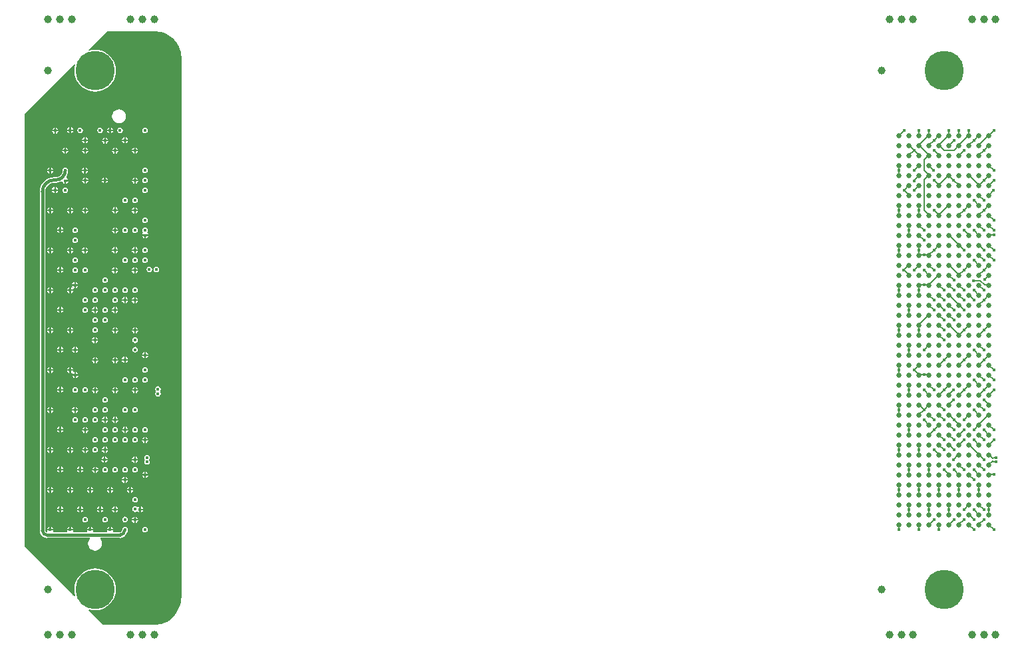
<source format=gtl>
G04*
G04 #@! TF.GenerationSoftware,Altium Limited,Altium Designer,21.3.2 (30)*
G04*
G04 Layer_Physical_Order=1*
G04 Layer_Color=5064179*
%FSAX43Y43*%
%MOMM*%
G71*
G04*
G04 #@! TF.SameCoordinates,EF4D8ECE-9BF2-451C-8B03-F69CC279D8FA*
G04*
G04*
G04 #@! TF.FilePolarity,Positive*
G04*
G01*
G75*
%ADD11C,0.200*%
%ADD18C,0.400*%
%ADD19C,1.000*%
%ADD20C,0.635*%
%ADD21C,0.150*%
%ADD22C,0.400*%
%ADD23C,5.000*%
G36*
X0334646Y0189000D02*
X0334807Y0189000D01*
X0335126Y0188969D01*
X0335441Y0188906D01*
X0335749Y0188813D01*
X0336045Y0188690D01*
X0336329Y0188538D01*
X0336596Y0188360D01*
X0336844Y0188156D01*
X0336957Y0188043D01*
X0336957D01*
X0336957Y0188043D01*
X0337081Y0187919D01*
X0337303Y0187649D01*
X0337497Y0187358D01*
X0337662Y0187049D01*
X0337796Y0186726D01*
X0337897Y0186391D01*
X0337966Y0186048D01*
X0338000Y0185700D01*
X0338000Y0185525D01*
X0338000Y0185525D01*
X0338000Y0185525D01*
X0338000Y0117249D01*
Y0117068D01*
X0337968Y0116708D01*
X0337905Y0116352D01*
X0337811Y0116003D01*
X0337687Y0115664D01*
X0337534Y0115337D01*
X0337353Y0115024D01*
X0337144Y0114729D01*
X0337028Y0114591D01*
X0336920Y0114463D01*
X0336678Y0114232D01*
X0336412Y0114029D01*
X0336126Y0113856D01*
X0335822Y0113716D01*
X0335505Y0113608D01*
X0335179Y0113536D01*
X0334846Y0113500D01*
X0334679Y0113500D01*
X0328000D01*
X0326152Y0115348D01*
X0326217Y0115463D01*
X0326584Y0115375D01*
X0327000Y0115342D01*
X0327416Y0115375D01*
X0327821Y0115472D01*
X0328207Y0115632D01*
X0328562Y0115849D01*
X0328880Y0116120D01*
X0329151Y0116438D01*
X0329368Y0116793D01*
X0329528Y0117179D01*
X0329625Y0117584D01*
X0329658Y0118000D01*
X0329625Y0118416D01*
X0329528Y0118821D01*
X0329368Y0119207D01*
X0329151Y0119562D01*
X0328880Y0119880D01*
X0328562Y0120151D01*
X0328207Y0120368D01*
X0327821Y0120528D01*
X0327416Y0120625D01*
X0327000Y0120658D01*
X0326584Y0120625D01*
X0326179Y0120528D01*
X0325793Y0120368D01*
X0325438Y0120151D01*
X0325120Y0119880D01*
X0324849Y0119562D01*
X0324632Y0119207D01*
X0324472Y0118821D01*
X0324375Y0118416D01*
X0324342Y0118000D01*
X0324375Y0117584D01*
X0324463Y0117217D01*
X0324348Y0117152D01*
X0324251Y0117249D01*
X0318000Y0123500D01*
Y0178500D01*
X0324348Y0184848D01*
X0324463Y0184783D01*
X0324374Y0184416D01*
X0324342Y0184000D01*
X0324374Y0183584D01*
X0324472Y0183179D01*
X0324632Y0182793D01*
X0324849Y0182437D01*
X0325120Y0182120D01*
X0325438Y0181849D01*
X0325793Y0181631D01*
X0326179Y0181472D01*
X0326584Y0181374D01*
X0327000Y0181342D01*
X0327416Y0181374D01*
X0327821Y0181472D01*
X0328207Y0181631D01*
X0328562Y0181849D01*
X0328880Y0182120D01*
X0329150Y0182437D01*
X0329368Y0182793D01*
X0329528Y0183179D01*
X0329625Y0183584D01*
X0329658Y0184000D01*
X0329625Y0184416D01*
X0329528Y0184821D01*
X0329368Y0185207D01*
X0329150Y0185562D01*
X0328880Y0185880D01*
X0328562Y0186150D01*
X0328207Y0186368D01*
X0327821Y0186528D01*
X0327416Y0186625D01*
X0327000Y0186658D01*
X0326584Y0186625D01*
X0326217Y0186537D01*
X0326152Y0186652D01*
X0328500Y0189000D01*
X0334646Y0189000D01*
D02*
G37*
%LPC*%
G36*
X0330048Y0179083D02*
X0329817Y0179053D01*
X0329602Y0178964D01*
X0329417Y0178822D01*
X0329275Y0178637D01*
X0329186Y0178422D01*
X0329155Y0178191D01*
X0329186Y0177960D01*
X0329275Y0177744D01*
X0329417Y0177559D01*
X0329602Y0177418D01*
X0329817Y0177328D01*
X0330048Y0177298D01*
X0330279Y0177328D01*
X0330494Y0177418D01*
X0330679Y0177559D01*
X0330821Y0177744D01*
X0330910Y0177960D01*
X0330941Y0178191D01*
X0330910Y0178422D01*
X0330821Y0178637D01*
X0330679Y0178822D01*
X0330494Y0178964D01*
X0330279Y0179053D01*
X0330048Y0179083D01*
D02*
G37*
G36*
X0323925Y0176797D02*
Y0176509D01*
X0324213D01*
X0324202Y0176566D01*
X0324113Y0176698D01*
X0323981Y0176786D01*
X0323925Y0176797D01*
D02*
G37*
G36*
X0323725D02*
X0323669Y0176786D01*
X0323537Y0176698D01*
X0323448Y0176566D01*
X0323437Y0176509D01*
X0323725D01*
Y0176797D01*
D02*
G37*
G36*
X0329003Y0176785D02*
Y0176498D01*
X0329290D01*
X0329279Y0176554D01*
X0329191Y0176686D01*
X0329059Y0176774D01*
X0329003Y0176785D01*
D02*
G37*
G36*
X0328803D02*
X0328746Y0176774D01*
X0328614Y0176686D01*
X0328526Y0176554D01*
X0328515Y0176498D01*
X0328803D01*
Y0176785D01*
D02*
G37*
G36*
X0322024Y0176777D02*
Y0176489D01*
X0322312D01*
X0322301Y0176545D01*
X0322212Y0176677D01*
X0322080Y0176766D01*
X0322024Y0176777D01*
D02*
G37*
G36*
X0321824D02*
X0321768Y0176766D01*
X0321635Y0176677D01*
X0321547Y0176545D01*
X0321536Y0176489D01*
X0321824D01*
Y0176777D01*
D02*
G37*
G36*
X0330175Y0176766D02*
X0330038Y0176739D01*
X0329923Y0176662D01*
X0329845Y0176546D01*
X0329818Y0176409D01*
X0329845Y0176273D01*
X0329923Y0176157D01*
X0330038Y0176080D01*
X0330175Y0176053D01*
X0330312Y0176080D01*
X0330427Y0176157D01*
X0330505Y0176273D01*
X0330532Y0176409D01*
X0330505Y0176546D01*
X0330427Y0176662D01*
X0330312Y0176739D01*
X0330175Y0176766D01*
D02*
G37*
G36*
X0327635D02*
X0327498Y0176739D01*
X0327383Y0176662D01*
X0327305Y0176546D01*
X0327278Y0176409D01*
X0327305Y0176273D01*
X0327383Y0176157D01*
X0327498Y0176080D01*
X0327635Y0176053D01*
X0327772Y0176080D01*
X0327887Y0176157D01*
X0327965Y0176273D01*
X0327992Y0176409D01*
X0327965Y0176546D01*
X0327887Y0176662D01*
X0327772Y0176739D01*
X0327635Y0176766D01*
D02*
G37*
G36*
X0325095D02*
X0324958Y0176739D01*
X0324843Y0176662D01*
X0324765Y0176546D01*
X0324738Y0176409D01*
X0324765Y0176273D01*
X0324843Y0176157D01*
X0324958Y0176080D01*
X0325095Y0176053D01*
X0325232Y0176080D01*
X0325347Y0176157D01*
X0325425Y0176273D01*
X0325452Y0176409D01*
X0325425Y0176546D01*
X0325347Y0176662D01*
X0325232Y0176739D01*
X0325095Y0176766D01*
D02*
G37*
G36*
X0333339Y0176743D02*
X0333202Y0176716D01*
X0333087Y0176639D01*
X0333009Y0176523D01*
X0332982Y0176386D01*
X0333009Y0176250D01*
X0333087Y0176134D01*
X0333202Y0176056D01*
X0333339Y0176029D01*
X0333475Y0176056D01*
X0333591Y0176134D01*
X0333669Y0176250D01*
X0333696Y0176386D01*
X0333669Y0176523D01*
X0333591Y0176639D01*
X0333475Y0176716D01*
X0333339Y0176743D01*
D02*
G37*
G36*
X0324213Y0176309D02*
X0323925D01*
Y0176022D01*
X0323981Y0176033D01*
X0324113Y0176121D01*
X0324202Y0176253D01*
X0324213Y0176309D01*
D02*
G37*
G36*
X0323725D02*
X0323437D01*
X0323448Y0176253D01*
X0323537Y0176121D01*
X0323669Y0176033D01*
X0323725Y0176022D01*
Y0176309D01*
D02*
G37*
G36*
X0329290Y0176298D02*
X0329003D01*
Y0176010D01*
X0329059Y0176021D01*
X0329191Y0176109D01*
X0329279Y0176241D01*
X0329290Y0176298D01*
D02*
G37*
G36*
X0328803D02*
X0328515D01*
X0328526Y0176241D01*
X0328614Y0176109D01*
X0328746Y0176021D01*
X0328803Y0176010D01*
Y0176298D01*
D02*
G37*
G36*
X0322312Y0176289D02*
X0322024D01*
Y0176001D01*
X0322080Y0176012D01*
X0322212Y0176100D01*
X0322301Y0176233D01*
X0322312Y0176289D01*
D02*
G37*
G36*
X0321824D02*
X0321536D01*
X0321547Y0176233D01*
X0321635Y0176100D01*
X0321768Y0176012D01*
X0321824Y0176001D01*
Y0176289D01*
D02*
G37*
G36*
X0330906Y0175529D02*
Y0175241D01*
X0331194D01*
X0331183Y0175297D01*
X0331095Y0175430D01*
X0330962Y0175518D01*
X0330906Y0175529D01*
D02*
G37*
G36*
X0330706D02*
X0330650Y0175518D01*
X0330518Y0175430D01*
X0330429Y0175297D01*
X0330418Y0175241D01*
X0330706D01*
Y0175529D01*
D02*
G37*
G36*
X0325826D02*
Y0175241D01*
X0326114D01*
X0326103Y0175297D01*
X0326015Y0175430D01*
X0325882Y0175518D01*
X0325826Y0175529D01*
D02*
G37*
G36*
X0325626D02*
X0325570Y0175518D01*
X0325438Y0175430D01*
X0325349Y0175297D01*
X0325338Y0175241D01*
X0325626D01*
Y0175529D01*
D02*
G37*
G36*
X0328374Y0175507D02*
Y0175219D01*
X0328662D01*
X0328651Y0175275D01*
X0328562Y0175407D01*
X0328430Y0175496D01*
X0328374Y0175507D01*
D02*
G37*
G36*
X0328174D02*
X0328118Y0175496D01*
X0327985Y0175407D01*
X0327897Y0175275D01*
X0327886Y0175219D01*
X0328174D01*
Y0175507D01*
D02*
G37*
G36*
X0331194Y0175041D02*
X0330906D01*
Y0174753D01*
X0330962Y0174764D01*
X0331095Y0174853D01*
X0331183Y0174985D01*
X0331194Y0175041D01*
D02*
G37*
G36*
X0330706D02*
X0330418D01*
X0330429Y0174985D01*
X0330518Y0174853D01*
X0330650Y0174764D01*
X0330706Y0174753D01*
Y0175041D01*
D02*
G37*
G36*
X0326114D02*
X0325826D01*
Y0174753D01*
X0325882Y0174764D01*
X0326015Y0174853D01*
X0326103Y0174985D01*
X0326114Y0175041D01*
D02*
G37*
G36*
X0325626D02*
X0325338D01*
X0325349Y0174985D01*
X0325438Y0174853D01*
X0325570Y0174764D01*
X0325626Y0174753D01*
Y0175041D01*
D02*
G37*
G36*
X0328662Y0175019D02*
X0328374D01*
Y0174731D01*
X0328430Y0174742D01*
X0328562Y0174830D01*
X0328651Y0174963D01*
X0328662Y0175019D01*
D02*
G37*
G36*
X0328174D02*
X0327886D01*
X0327897Y0174963D01*
X0327985Y0174830D01*
X0328118Y0174742D01*
X0328174Y0174731D01*
Y0175019D01*
D02*
G37*
G36*
X0332176Y0174252D02*
Y0173964D01*
X0332464D01*
X0332453Y0174020D01*
X0332365Y0174152D01*
X0332232Y0174240D01*
X0332176Y0174252D01*
D02*
G37*
G36*
X0331976D02*
X0331920Y0174240D01*
X0331788Y0174152D01*
X0331699Y0174020D01*
X0331688Y0173964D01*
X0331976D01*
Y0174252D01*
D02*
G37*
G36*
X0325835Y0174243D02*
Y0173955D01*
X0326123D01*
X0326112Y0174011D01*
X0326023Y0174143D01*
X0325891Y0174232D01*
X0325835Y0174243D01*
D02*
G37*
G36*
X0325635D02*
X0325579Y0174232D01*
X0325447Y0174143D01*
X0325358Y0174011D01*
X0325347Y0173955D01*
X0325635D01*
Y0174243D01*
D02*
G37*
G36*
X0323295D02*
Y0173955D01*
X0323583D01*
X0323572Y0174011D01*
X0323483Y0174143D01*
X0323351Y0174232D01*
X0323295Y0174243D01*
D02*
G37*
G36*
X0323095D02*
X0323039Y0174232D01*
X0322907Y0174143D01*
X0322818Y0174011D01*
X0322807Y0173955D01*
X0323095D01*
Y0174243D01*
D02*
G37*
G36*
X0329644Y0174237D02*
Y0173949D01*
X0329932D01*
X0329921Y0174005D01*
X0329832Y0174137D01*
X0329700Y0174226D01*
X0329644Y0174237D01*
D02*
G37*
G36*
X0329444D02*
X0329388Y0174226D01*
X0329255Y0174137D01*
X0329167Y0174005D01*
X0329156Y0173949D01*
X0329444D01*
Y0174237D01*
D02*
G37*
G36*
X0332464Y0173764D02*
X0332176D01*
Y0173476D01*
X0332232Y0173487D01*
X0332365Y0173575D01*
X0332453Y0173708D01*
X0332464Y0173764D01*
D02*
G37*
G36*
X0331976D02*
X0331688D01*
X0331699Y0173708D01*
X0331788Y0173575D01*
X0331920Y0173487D01*
X0331976Y0173476D01*
Y0173764D01*
D02*
G37*
G36*
X0326123Y0173755D02*
X0325835D01*
Y0173467D01*
X0325891Y0173478D01*
X0326023Y0173567D01*
X0326112Y0173699D01*
X0326123Y0173755D01*
D02*
G37*
G36*
X0325635D02*
X0325347D01*
X0325358Y0173699D01*
X0325447Y0173567D01*
X0325579Y0173478D01*
X0325635Y0173467D01*
Y0173755D01*
D02*
G37*
G36*
X0323583D02*
X0323295D01*
Y0173467D01*
X0323351Y0173478D01*
X0323483Y0173567D01*
X0323572Y0173699D01*
X0323583Y0173755D01*
D02*
G37*
G36*
X0323095D02*
X0322807D01*
X0322818Y0173699D01*
X0322907Y0173567D01*
X0323039Y0173478D01*
X0323095Y0173467D01*
Y0173755D01*
D02*
G37*
G36*
X0329932Y0173749D02*
X0329644D01*
Y0173461D01*
X0329700Y0173472D01*
X0329832Y0173560D01*
X0329921Y0173693D01*
X0329932Y0173749D01*
D02*
G37*
G36*
X0329444D02*
X0329156D01*
X0329167Y0173693D01*
X0329255Y0173560D01*
X0329388Y0173472D01*
X0329444Y0173461D01*
Y0173749D01*
D02*
G37*
G36*
X0321385Y0171698D02*
Y0171410D01*
X0321673D01*
X0321662Y0171467D01*
X0321573Y0171599D01*
X0321441Y0171687D01*
X0321385Y0171698D01*
D02*
G37*
G36*
X0321185D02*
X0321129Y0171687D01*
X0320997Y0171599D01*
X0320908Y0171467D01*
X0320897Y0171410D01*
X0321185D01*
Y0171698D01*
D02*
G37*
G36*
X0325800Y0171688D02*
Y0171400D01*
X0326088D01*
X0326077Y0171456D01*
X0325988Y0171588D01*
X0325856Y0171677D01*
X0325800Y0171688D01*
D02*
G37*
G36*
X0325600D02*
X0325544Y0171677D01*
X0325412Y0171588D01*
X0325323Y0171456D01*
X0325312Y0171400D01*
X0325600D01*
Y0171688D01*
D02*
G37*
G36*
X0333339Y0171673D02*
X0333202Y0171646D01*
X0333087Y0171568D01*
X0333009Y0171453D01*
X0332982Y0171316D01*
X0333009Y0171180D01*
X0333087Y0171064D01*
X0333202Y0170986D01*
X0333339Y0170959D01*
X0333475Y0170986D01*
X0333591Y0171064D01*
X0333669Y0171180D01*
X0333696Y0171316D01*
X0333669Y0171453D01*
X0333591Y0171568D01*
X0333475Y0171646D01*
X0333339Y0171673D01*
D02*
G37*
G36*
X0321673Y0171210D02*
X0321385D01*
Y0170923D01*
X0321441Y0170934D01*
X0321573Y0171022D01*
X0321662Y0171154D01*
X0321673Y0171210D01*
D02*
G37*
G36*
X0321185D02*
X0320897D01*
X0320908Y0171154D01*
X0320997Y0171022D01*
X0321129Y0170934D01*
X0321185Y0170923D01*
Y0171210D01*
D02*
G37*
G36*
X0326088Y0171200D02*
X0325800D01*
Y0170912D01*
X0325856Y0170923D01*
X0325988Y0171012D01*
X0326077Y0171144D01*
X0326088Y0171200D01*
D02*
G37*
G36*
X0325600D02*
X0325312D01*
X0325323Y0171144D01*
X0325412Y0171012D01*
X0325544Y0170923D01*
X0325600Y0170912D01*
Y0171200D01*
D02*
G37*
G36*
X0323200Y0171657D02*
X0323063Y0171630D01*
X0322948Y0171552D01*
X0322870Y0171437D01*
X0322843Y0171300D01*
X0322844Y0171296D01*
X0322816Y0171081D01*
X0322731Y0170878D01*
X0322597Y0170703D01*
X0322422Y0170569D01*
X0322219Y0170484D01*
X0322004Y0170456D01*
X0322000Y0170457D01*
X0321800D01*
Y0170459D01*
X0321437Y0170423D01*
X0321089Y0170317D01*
X0320767Y0170146D01*
X0320486Y0169914D01*
X0320254Y0169633D01*
X0320083Y0169311D01*
X0319977Y0168963D01*
X0319941Y0168600D01*
X0319943D01*
Y0125500D01*
X0319942D01*
X0319974Y0125252D01*
X0320070Y0125021D01*
X0320222Y0124822D01*
X0320421Y0124670D01*
X0320652Y0124574D01*
X0320900Y0124542D01*
Y0124543D01*
X0326312D01*
X0326350Y0124416D01*
X0326227Y0124256D01*
X0326138Y0124040D01*
X0326107Y0123809D01*
X0326138Y0123578D01*
X0326227Y0123363D01*
X0326369Y0123178D01*
X0326554Y0123036D01*
X0326769Y0122947D01*
X0327000Y0122917D01*
X0327231Y0122947D01*
X0327446Y0123036D01*
X0327631Y0123178D01*
X0327773Y0123363D01*
X0327862Y0123578D01*
X0327893Y0123809D01*
X0327862Y0124040D01*
X0327773Y0124256D01*
X0327650Y0124416D01*
X0327688Y0124543D01*
X0330103D01*
Y0124541D01*
X0330376Y0124577D01*
X0330630Y0124682D01*
X0330849Y0124850D01*
X0331017Y0125069D01*
X0331122Y0125323D01*
X0331158Y0125596D01*
X0331156D01*
X0331129Y0125733D01*
X0331051Y0125848D01*
X0330935Y0125926D01*
X0330799Y0125953D01*
X0330662Y0125926D01*
X0330547Y0125848D01*
X0330469Y0125733D01*
X0330442Y0125596D01*
X0330442Y0125594D01*
X0330417Y0125466D01*
X0330343Y0125356D01*
X0330233Y0125282D01*
X0330104Y0125257D01*
X0330103Y0125257D01*
X0329316D01*
X0329248Y0125384D01*
X0329282Y0125434D01*
X0329293Y0125490D01*
X0328517D01*
X0328528Y0125434D01*
X0328562Y0125384D01*
X0328494Y0125257D01*
X0326776D01*
X0326708Y0125384D01*
X0326742Y0125434D01*
X0326753Y0125490D01*
X0325977D01*
X0325988Y0125434D01*
X0326022Y0125384D01*
X0325954Y0125257D01*
X0324236D01*
X0324168Y0125384D01*
X0324202Y0125434D01*
X0324213Y0125490D01*
X0323437D01*
X0323448Y0125434D01*
X0323482Y0125384D01*
X0323414Y0125257D01*
X0321696D01*
X0321628Y0125384D01*
X0321662Y0125434D01*
X0321673Y0125490D01*
X0320897D01*
X0320908Y0125434D01*
X0320942Y0125384D01*
X0320921Y0125321D01*
X0320869Y0125264D01*
X0320807Y0125276D01*
X0320729Y0125329D01*
X0320676Y0125407D01*
X0320658Y0125500D01*
X0320657D01*
Y0168600D01*
X0320654Y0168612D01*
X0320692Y0168897D01*
X0320807Y0169174D01*
X0320989Y0169411D01*
X0321226Y0169593D01*
X0321503Y0169708D01*
X0321788Y0169746D01*
X0321800Y0169743D01*
X0322000D01*
Y0169743D01*
X0322304Y0169772D01*
X0322596Y0169861D01*
X0322704Y0169919D01*
X0322819Y0169865D01*
X0322823Y0169844D01*
X0322912Y0169712D01*
X0323044Y0169623D01*
X0323100Y0169612D01*
Y0170000D01*
X0323200D01*
Y0170100D01*
X0323588D01*
X0323577Y0170156D01*
X0323488Y0170288D01*
X0323392Y0170353D01*
X0323355Y0170384D01*
X0323335Y0170510D01*
X0323439Y0170704D01*
X0323528Y0170996D01*
X0323557Y0171300D01*
X0323557D01*
X0323530Y0171437D01*
X0323452Y0171552D01*
X0323337Y0171630D01*
X0323200Y0171657D01*
D02*
G37*
G36*
X0325841Y0170442D02*
Y0170154D01*
X0326129D01*
X0326118Y0170210D01*
X0326030Y0170342D01*
X0325897Y0170431D01*
X0325841Y0170442D01*
D02*
G37*
G36*
X0325641D02*
X0325585Y0170431D01*
X0325453Y0170342D01*
X0325364Y0170210D01*
X0325353Y0170154D01*
X0325641D01*
Y0170442D01*
D02*
G37*
G36*
X0328332Y0170439D02*
Y0170151D01*
X0328620D01*
X0328609Y0170207D01*
X0328520Y0170339D01*
X0328388Y0170427D01*
X0328332Y0170439D01*
D02*
G37*
G36*
X0328132D02*
X0328076Y0170427D01*
X0327943Y0170339D01*
X0327855Y0170207D01*
X0327844Y0170151D01*
X0328132D01*
Y0170439D01*
D02*
G37*
G36*
X0332184Y0170427D02*
Y0170139D01*
X0332472D01*
X0332461Y0170195D01*
X0332372Y0170327D01*
X0332240Y0170416D01*
X0332184Y0170427D01*
D02*
G37*
G36*
X0331984D02*
X0331928Y0170416D01*
X0331795Y0170327D01*
X0331707Y0170195D01*
X0331696Y0170139D01*
X0331984D01*
Y0170427D01*
D02*
G37*
G36*
X0333339Y0170393D02*
X0333202Y0170366D01*
X0333087Y0170289D01*
X0333009Y0170173D01*
X0332982Y0170036D01*
X0333009Y0169900D01*
X0333087Y0169784D01*
X0333202Y0169706D01*
X0333339Y0169679D01*
X0333475Y0169706D01*
X0333591Y0169784D01*
X0333669Y0169900D01*
X0333696Y0170036D01*
X0333669Y0170173D01*
X0333591Y0170289D01*
X0333475Y0170366D01*
X0333339Y0170393D01*
D02*
G37*
G36*
X0326129Y0169954D02*
X0325841D01*
Y0169666D01*
X0325897Y0169677D01*
X0326030Y0169765D01*
X0326118Y0169898D01*
X0326129Y0169954D01*
D02*
G37*
G36*
X0325641D02*
X0325353D01*
X0325364Y0169898D01*
X0325453Y0169765D01*
X0325585Y0169677D01*
X0325641Y0169666D01*
Y0169954D01*
D02*
G37*
G36*
X0328620Y0169951D02*
X0328332D01*
Y0169663D01*
X0328388Y0169674D01*
X0328520Y0169762D01*
X0328609Y0169895D01*
X0328620Y0169951D01*
D02*
G37*
G36*
X0328132D02*
X0327844D01*
X0327855Y0169895D01*
X0327943Y0169762D01*
X0328076Y0169674D01*
X0328132Y0169663D01*
Y0169951D01*
D02*
G37*
G36*
X0332472Y0169939D02*
X0332184D01*
Y0169651D01*
X0332240Y0169662D01*
X0332372Y0169750D01*
X0332461Y0169883D01*
X0332472Y0169939D01*
D02*
G37*
G36*
X0331984D02*
X0331696D01*
X0331707Y0169883D01*
X0331795Y0169750D01*
X0331928Y0169662D01*
X0331984Y0169651D01*
Y0169939D01*
D02*
G37*
G36*
X0323588Y0169900D02*
X0323300D01*
Y0169612D01*
X0323356Y0169623D01*
X0323488Y0169712D01*
X0323577Y0169844D01*
X0323588Y0169900D01*
D02*
G37*
G36*
X0322000Y0169188D02*
Y0168900D01*
X0322288D01*
X0322277Y0168956D01*
X0322188Y0169088D01*
X0322056Y0169177D01*
X0322000Y0169188D01*
D02*
G37*
G36*
X0321800D02*
X0321744Y0169177D01*
X0321612Y0169088D01*
X0321523Y0168956D01*
X0321512Y0168900D01*
X0321800D01*
Y0169188D01*
D02*
G37*
G36*
X0323200Y0169157D02*
X0323063Y0169130D01*
X0322948Y0169052D01*
X0322870Y0168937D01*
X0322843Y0168800D01*
X0322870Y0168663D01*
X0322948Y0168548D01*
X0323063Y0168470D01*
X0323200Y0168443D01*
X0323337Y0168470D01*
X0323452Y0168548D01*
X0323530Y0168663D01*
X0323557Y0168800D01*
X0323530Y0168937D01*
X0323452Y0169052D01*
X0323337Y0169130D01*
X0323200Y0169157D01*
D02*
G37*
G36*
X0322288Y0168700D02*
X0322000D01*
Y0168412D01*
X0322056Y0168423D01*
X0322188Y0168512D01*
X0322277Y0168644D01*
X0322288Y0168700D01*
D02*
G37*
G36*
X0321800D02*
X0321512D01*
X0321523Y0168644D01*
X0321612Y0168512D01*
X0321744Y0168423D01*
X0321800Y0168412D01*
Y0168700D01*
D02*
G37*
G36*
X0333333Y0169122D02*
X0333196Y0169095D01*
X0333080Y0169017D01*
X0333003Y0168901D01*
X0332976Y0168765D01*
X0333003Y0168628D01*
X0333080Y0168513D01*
X0333196Y0168435D01*
X0333333Y0168408D01*
X0333469Y0168435D01*
X0333585Y0168513D01*
X0333662Y0168628D01*
X0333690Y0168765D01*
X0333662Y0168901D01*
X0333585Y0169017D01*
X0333469Y0169095D01*
X0333333Y0169122D01*
D02*
G37*
G36*
X0332069Y0167863D02*
X0331932Y0167836D01*
X0331817Y0167758D01*
X0331739Y0167643D01*
X0331712Y0167506D01*
X0331739Y0167370D01*
X0331817Y0167254D01*
X0331932Y0167176D01*
X0332069Y0167149D01*
X0332205Y0167176D01*
X0332321Y0167254D01*
X0332399Y0167370D01*
X0332426Y0167506D01*
X0332399Y0167643D01*
X0332321Y0167758D01*
X0332205Y0167836D01*
X0332069Y0167863D01*
D02*
G37*
G36*
X0330809Y0167853D02*
X0330672Y0167826D01*
X0330556Y0167749D01*
X0330479Y0167633D01*
X0330452Y0167496D01*
X0330479Y0167360D01*
X0330556Y0167244D01*
X0330672Y0167166D01*
X0330809Y0167139D01*
X0330945Y0167166D01*
X0331061Y0167244D01*
X0331139Y0167360D01*
X0331166Y0167496D01*
X0331139Y0167633D01*
X0331061Y0167749D01*
X0330945Y0167826D01*
X0330809Y0167853D01*
D02*
G37*
G36*
X0329645Y0166633D02*
Y0166345D01*
X0329933D01*
X0329922Y0166401D01*
X0329833Y0166533D01*
X0329701Y0166622D01*
X0329645Y0166633D01*
D02*
G37*
G36*
X0329445D02*
X0329389Y0166622D01*
X0329257Y0166533D01*
X0329168Y0166401D01*
X0329157Y0166345D01*
X0329445D01*
Y0166633D01*
D02*
G37*
G36*
X0332175Y0166623D02*
Y0166335D01*
X0332463D01*
X0332452Y0166391D01*
X0332363Y0166523D01*
X0332231Y0166612D01*
X0332175Y0166623D01*
D02*
G37*
G36*
X0331975D02*
X0331919Y0166612D01*
X0331787Y0166523D01*
X0331698Y0166391D01*
X0331687Y0166335D01*
X0331975D01*
Y0166623D01*
D02*
G37*
G36*
X0325835D02*
Y0166335D01*
X0326123D01*
X0326112Y0166391D01*
X0326023Y0166523D01*
X0325891Y0166612D01*
X0325835Y0166623D01*
D02*
G37*
G36*
X0325635D02*
X0325579Y0166612D01*
X0325447Y0166523D01*
X0325358Y0166391D01*
X0325347Y0166335D01*
X0325635D01*
Y0166623D01*
D02*
G37*
G36*
X0323925Y0166618D02*
Y0166330D01*
X0324213D01*
X0324202Y0166387D01*
X0324113Y0166519D01*
X0323981Y0166607D01*
X0323925Y0166618D01*
D02*
G37*
G36*
X0323725D02*
X0323669Y0166607D01*
X0323537Y0166519D01*
X0323448Y0166387D01*
X0323437Y0166330D01*
X0323725D01*
Y0166618D01*
D02*
G37*
G36*
X0321385D02*
Y0166330D01*
X0321673D01*
X0321662Y0166387D01*
X0321573Y0166519D01*
X0321441Y0166607D01*
X0321385Y0166618D01*
D02*
G37*
G36*
X0321185D02*
X0321129Y0166607D01*
X0320997Y0166519D01*
X0320908Y0166387D01*
X0320897Y0166330D01*
X0321185D01*
Y0166618D01*
D02*
G37*
G36*
X0329933Y0166145D02*
X0329645D01*
Y0165857D01*
X0329701Y0165868D01*
X0329833Y0165957D01*
X0329922Y0166089D01*
X0329933Y0166145D01*
D02*
G37*
G36*
X0329445D02*
X0329157D01*
X0329168Y0166089D01*
X0329257Y0165957D01*
X0329389Y0165868D01*
X0329445Y0165857D01*
Y0166145D01*
D02*
G37*
G36*
X0332463Y0166135D02*
X0332175D01*
Y0165847D01*
X0332231Y0165858D01*
X0332363Y0165947D01*
X0332452Y0166079D01*
X0332463Y0166135D01*
D02*
G37*
G36*
X0331975D02*
X0331687D01*
X0331698Y0166079D01*
X0331787Y0165947D01*
X0331919Y0165858D01*
X0331975Y0165847D01*
Y0166135D01*
D02*
G37*
G36*
X0326123D02*
X0325835D01*
Y0165847D01*
X0325891Y0165858D01*
X0326023Y0165947D01*
X0326112Y0166079D01*
X0326123Y0166135D01*
D02*
G37*
G36*
X0325635D02*
X0325347D01*
X0325358Y0166079D01*
X0325447Y0165947D01*
X0325579Y0165858D01*
X0325635Y0165847D01*
Y0166135D01*
D02*
G37*
G36*
X0324213Y0166130D02*
X0323925D01*
Y0165843D01*
X0323981Y0165854D01*
X0324113Y0165942D01*
X0324202Y0166074D01*
X0324213Y0166130D01*
D02*
G37*
G36*
X0323725D02*
X0323437D01*
X0323448Y0166074D01*
X0323537Y0165942D01*
X0323669Y0165854D01*
X0323725Y0165843D01*
Y0166130D01*
D02*
G37*
G36*
X0321673D02*
X0321385D01*
Y0165843D01*
X0321441Y0165854D01*
X0321573Y0165942D01*
X0321662Y0166074D01*
X0321673Y0166130D01*
D02*
G37*
G36*
X0321185D02*
X0320897D01*
X0320908Y0166074D01*
X0320997Y0165942D01*
X0321129Y0165854D01*
X0321185Y0165843D01*
Y0166130D01*
D02*
G37*
G36*
X0333339Y0165323D02*
X0333202Y0165296D01*
X0333087Y0165218D01*
X0333009Y0165103D01*
X0332982Y0164966D01*
X0333009Y0164830D01*
X0333087Y0164714D01*
X0333202Y0164636D01*
X0333339Y0164609D01*
X0333475Y0164636D01*
X0333591Y0164714D01*
X0333669Y0164830D01*
X0333696Y0164966D01*
X0333669Y0165103D01*
X0333591Y0165218D01*
X0333475Y0165296D01*
X0333339Y0165323D01*
D02*
G37*
G36*
X0322655Y0164097D02*
Y0163809D01*
X0322943D01*
X0322932Y0163866D01*
X0322843Y0163998D01*
X0322711Y0164086D01*
X0322655Y0164097D01*
D02*
G37*
G36*
X0322455D02*
X0322399Y0164086D01*
X0322267Y0163998D01*
X0322178Y0163866D01*
X0322167Y0163809D01*
X0322455D01*
Y0164097D01*
D02*
G37*
G36*
X0329645Y0164083D02*
Y0163795D01*
X0329933D01*
X0329922Y0163851D01*
X0329833Y0163983D01*
X0329701Y0164072D01*
X0329645Y0164083D01*
D02*
G37*
G36*
X0329445D02*
X0329389Y0164072D01*
X0329257Y0163983D01*
X0329168Y0163851D01*
X0329157Y0163795D01*
X0329445D01*
Y0164083D01*
D02*
G37*
G36*
X0332069Y0164053D02*
X0331932Y0164026D01*
X0331817Y0163948D01*
X0331739Y0163833D01*
X0331712Y0163696D01*
X0331739Y0163560D01*
X0331817Y0163444D01*
X0331932Y0163366D01*
X0332069Y0163339D01*
X0332205Y0163366D01*
X0332321Y0163444D01*
X0332399Y0163560D01*
X0332426Y0163696D01*
X0332399Y0163833D01*
X0332321Y0163948D01*
X0332205Y0164026D01*
X0332069Y0164053D01*
D02*
G37*
G36*
X0324449D02*
X0324312Y0164026D01*
X0324197Y0163948D01*
X0324119Y0163833D01*
X0324092Y0163696D01*
X0324119Y0163560D01*
X0324197Y0163444D01*
X0324312Y0163366D01*
X0324449Y0163339D01*
X0324585Y0163366D01*
X0324701Y0163444D01*
X0324779Y0163560D01*
X0324806Y0163696D01*
X0324779Y0163833D01*
X0324701Y0163948D01*
X0324585Y0164026D01*
X0324449Y0164053D01*
D02*
G37*
G36*
X0330809Y0164043D02*
X0330672Y0164016D01*
X0330556Y0163939D01*
X0330479Y0163823D01*
X0330452Y0163686D01*
X0330479Y0163550D01*
X0330556Y0163434D01*
X0330672Y0163356D01*
X0330809Y0163329D01*
X0330945Y0163356D01*
X0331061Y0163434D01*
X0331139Y0163550D01*
X0331166Y0163686D01*
X0331139Y0163823D01*
X0331061Y0163939D01*
X0330945Y0164016D01*
X0330809Y0164043D01*
D02*
G37*
G36*
X0322943Y0163609D02*
X0322655D01*
Y0163322D01*
X0322711Y0163333D01*
X0322843Y0163421D01*
X0322932Y0163553D01*
X0322943Y0163609D01*
D02*
G37*
G36*
X0322455D02*
X0322167D01*
X0322178Y0163553D01*
X0322267Y0163421D01*
X0322399Y0163333D01*
X0322455Y0163322D01*
Y0163609D01*
D02*
G37*
G36*
X0329933Y0163595D02*
X0329645D01*
Y0163307D01*
X0329701Y0163318D01*
X0329833Y0163407D01*
X0329922Y0163539D01*
X0329933Y0163595D01*
D02*
G37*
G36*
X0329445D02*
X0329157D01*
X0329168Y0163539D01*
X0329257Y0163407D01*
X0329389Y0163318D01*
X0329445Y0163307D01*
Y0163595D01*
D02*
G37*
G36*
X0333339Y0164053D02*
X0333202Y0164026D01*
X0333087Y0163948D01*
X0333009Y0163833D01*
X0332982Y0163696D01*
X0333009Y0163560D01*
X0333087Y0163444D01*
X0333047Y0163317D01*
X0332983Y0163221D01*
X0332972Y0163165D01*
X0333747D01*
X0333736Y0163221D01*
X0333659Y0163336D01*
X0333591Y0163444D01*
X0333669Y0163560D01*
X0333696Y0163696D01*
X0333669Y0163833D01*
X0333591Y0163948D01*
X0333475Y0164026D01*
X0333339Y0164053D01*
D02*
G37*
G36*
X0333747Y0162965D02*
X0333460D01*
Y0162677D01*
X0333516Y0162688D01*
X0333648Y0162777D01*
X0333736Y0162909D01*
X0333747Y0162965D01*
D02*
G37*
G36*
X0333260D02*
X0332972D01*
X0332983Y0162909D01*
X0333071Y0162777D01*
X0333203Y0162688D01*
X0333260Y0162677D01*
Y0162965D01*
D02*
G37*
G36*
X0324449Y0162783D02*
X0324312Y0162756D01*
X0324197Y0162678D01*
X0324119Y0162563D01*
X0324092Y0162426D01*
X0324119Y0162290D01*
X0324197Y0162174D01*
X0324312Y0162096D01*
X0324449Y0162069D01*
X0324585Y0162096D01*
X0324701Y0162174D01*
X0324779Y0162290D01*
X0324806Y0162426D01*
X0324779Y0162563D01*
X0324701Y0162678D01*
X0324585Y0162756D01*
X0324449Y0162783D01*
D02*
G37*
G36*
X0332175Y0161553D02*
Y0161265D01*
X0332463D01*
X0332452Y0161321D01*
X0332363Y0161453D01*
X0332231Y0161542D01*
X0332175Y0161553D01*
D02*
G37*
G36*
X0331975D02*
X0331919Y0161542D01*
X0331787Y0161453D01*
X0331698Y0161321D01*
X0331687Y0161265D01*
X0331975D01*
Y0161553D01*
D02*
G37*
G36*
X0329635D02*
Y0161265D01*
X0329923D01*
X0329912Y0161321D01*
X0329823Y0161453D01*
X0329691Y0161542D01*
X0329635Y0161553D01*
D02*
G37*
G36*
X0329435D02*
X0329379Y0161542D01*
X0329247Y0161453D01*
X0329158Y0161321D01*
X0329147Y0161265D01*
X0329435D01*
Y0161553D01*
D02*
G37*
G36*
X0325825Y0161543D02*
Y0161255D01*
X0326113D01*
X0326102Y0161311D01*
X0326013Y0161443D01*
X0325881Y0161532D01*
X0325825Y0161543D01*
D02*
G37*
G36*
X0325625D02*
X0325569Y0161532D01*
X0325437Y0161443D01*
X0325348Y0161311D01*
X0325337Y0161255D01*
X0325625D01*
Y0161543D01*
D02*
G37*
G36*
X0323925Y0161538D02*
Y0161250D01*
X0324213D01*
X0324202Y0161307D01*
X0324113Y0161439D01*
X0323981Y0161527D01*
X0323925Y0161538D01*
D02*
G37*
G36*
X0323725D02*
X0323669Y0161527D01*
X0323537Y0161439D01*
X0323448Y0161307D01*
X0323437Y0161250D01*
X0323725D01*
Y0161538D01*
D02*
G37*
G36*
X0321385D02*
Y0161250D01*
X0321673D01*
X0321662Y0161307D01*
X0321573Y0161439D01*
X0321441Y0161527D01*
X0321385Y0161538D01*
D02*
G37*
G36*
X0321185D02*
X0321129Y0161527D01*
X0320997Y0161439D01*
X0320908Y0161307D01*
X0320897Y0161250D01*
X0321185D01*
Y0161538D01*
D02*
G37*
G36*
X0333339Y0161513D02*
X0333202Y0161486D01*
X0333087Y0161408D01*
X0333009Y0161293D01*
X0332982Y0161156D01*
X0333009Y0161020D01*
X0333087Y0160904D01*
X0333202Y0160826D01*
X0333339Y0160799D01*
X0333475Y0160826D01*
X0333591Y0160904D01*
X0333669Y0161020D01*
X0333696Y0161156D01*
X0333669Y0161293D01*
X0333591Y0161408D01*
X0333475Y0161486D01*
X0333339Y0161513D01*
D02*
G37*
G36*
X0332463Y0161065D02*
X0332175D01*
Y0160777D01*
X0332231Y0160788D01*
X0332363Y0160877D01*
X0332452Y0161009D01*
X0332463Y0161065D01*
D02*
G37*
G36*
X0331975D02*
X0331687D01*
X0331698Y0161009D01*
X0331787Y0160877D01*
X0331919Y0160788D01*
X0331975Y0160777D01*
Y0161065D01*
D02*
G37*
G36*
X0329923D02*
X0329635D01*
Y0160777D01*
X0329691Y0160788D01*
X0329823Y0160877D01*
X0329912Y0161009D01*
X0329923Y0161065D01*
D02*
G37*
G36*
X0329435D02*
X0329147D01*
X0329158Y0161009D01*
X0329247Y0160877D01*
X0329379Y0160788D01*
X0329435Y0160777D01*
Y0161065D01*
D02*
G37*
G36*
X0326113Y0161055D02*
X0325825D01*
Y0160767D01*
X0325881Y0160778D01*
X0326013Y0160867D01*
X0326102Y0160999D01*
X0326113Y0161055D01*
D02*
G37*
G36*
X0325625D02*
X0325337D01*
X0325348Y0160999D01*
X0325437Y0160867D01*
X0325569Y0160778D01*
X0325625Y0160767D01*
Y0161055D01*
D02*
G37*
G36*
X0324213Y0161050D02*
X0323925D01*
Y0160763D01*
X0323981Y0160774D01*
X0324113Y0160862D01*
X0324202Y0160994D01*
X0324213Y0161050D01*
D02*
G37*
G36*
X0323725D02*
X0323437D01*
X0323448Y0160994D01*
X0323537Y0160862D01*
X0323669Y0160774D01*
X0323725Y0160763D01*
Y0161050D01*
D02*
G37*
G36*
X0321673D02*
X0321385D01*
Y0160763D01*
X0321441Y0160774D01*
X0321573Y0160862D01*
X0321662Y0160994D01*
X0321673Y0161050D01*
D02*
G37*
G36*
X0321185D02*
X0320897D01*
X0320908Y0160994D01*
X0320997Y0160862D01*
X0321129Y0160774D01*
X0321185Y0160763D01*
Y0161050D01*
D02*
G37*
G36*
X0333339Y0160243D02*
X0333202Y0160216D01*
X0333087Y0160138D01*
X0333009Y0160023D01*
X0332982Y0159886D01*
X0333009Y0159750D01*
X0333087Y0159634D01*
X0333202Y0159556D01*
X0333339Y0159529D01*
X0333475Y0159556D01*
X0333591Y0159634D01*
X0333669Y0159750D01*
X0333696Y0159886D01*
X0333669Y0160023D01*
X0333591Y0160138D01*
X0333475Y0160216D01*
X0333339Y0160243D01*
D02*
G37*
G36*
X0332069D02*
X0331932Y0160216D01*
X0331817Y0160138D01*
X0331739Y0160023D01*
X0331712Y0159886D01*
X0331739Y0159750D01*
X0331817Y0159634D01*
X0331932Y0159556D01*
X0332069Y0159529D01*
X0332205Y0159556D01*
X0332321Y0159634D01*
X0332399Y0159750D01*
X0332426Y0159886D01*
X0332399Y0160023D01*
X0332321Y0160138D01*
X0332205Y0160216D01*
X0332069Y0160243D01*
D02*
G37*
G36*
X0330809Y0160233D02*
X0330672Y0160206D01*
X0330556Y0160129D01*
X0330479Y0160013D01*
X0330452Y0159876D01*
X0330479Y0159740D01*
X0330556Y0159624D01*
X0330672Y0159546D01*
X0330809Y0159519D01*
X0330945Y0159546D01*
X0331061Y0159624D01*
X0331139Y0159740D01*
X0331166Y0159876D01*
X0331139Y0160013D01*
X0331061Y0160129D01*
X0330945Y0160206D01*
X0330809Y0160233D01*
D02*
G37*
G36*
X0324449D02*
X0324312Y0160206D01*
X0324197Y0160129D01*
X0324119Y0160013D01*
X0324092Y0159876D01*
X0324119Y0159740D01*
X0324197Y0159624D01*
X0324312Y0159546D01*
X0324449Y0159519D01*
X0324585Y0159546D01*
X0324701Y0159624D01*
X0324779Y0159740D01*
X0324806Y0159876D01*
X0324779Y0160013D01*
X0324701Y0160129D01*
X0324585Y0160206D01*
X0324449Y0160233D01*
D02*
G37*
G36*
X0322655Y0159017D02*
Y0158729D01*
X0322943D01*
X0322932Y0158786D01*
X0322843Y0158918D01*
X0322711Y0159006D01*
X0322655Y0159017D01*
D02*
G37*
G36*
X0322455D02*
X0322399Y0159006D01*
X0322267Y0158918D01*
X0322178Y0158786D01*
X0322167Y0158729D01*
X0322455D01*
Y0159017D01*
D02*
G37*
G36*
X0332175Y0159003D02*
Y0158715D01*
X0332463D01*
X0332452Y0158771D01*
X0332363Y0158903D01*
X0332231Y0158992D01*
X0332175Y0159003D01*
D02*
G37*
G36*
X0331975D02*
X0331919Y0158992D01*
X0331787Y0158903D01*
X0331698Y0158771D01*
X0331687Y0158715D01*
X0331975D01*
Y0159003D01*
D02*
G37*
G36*
X0329635D02*
Y0158715D01*
X0329923D01*
X0329912Y0158771D01*
X0329823Y0158903D01*
X0329691Y0158992D01*
X0329635Y0159003D01*
D02*
G37*
G36*
X0329435D02*
X0329379Y0158992D01*
X0329247Y0158903D01*
X0329158Y0158771D01*
X0329147Y0158715D01*
X0329435D01*
Y0159003D01*
D02*
G37*
G36*
X0334800Y0159057D02*
X0334663Y0159030D01*
X0334548Y0158952D01*
X0334470Y0158837D01*
X0334443Y0158700D01*
X0334470Y0158563D01*
X0334548Y0158448D01*
X0334663Y0158370D01*
X0334800Y0158343D01*
X0334937Y0158370D01*
X0335052Y0158448D01*
X0335130Y0158563D01*
X0335157Y0158700D01*
X0335130Y0158837D01*
X0335052Y0158952D01*
X0334937Y0159030D01*
X0334800Y0159057D01*
D02*
G37*
G36*
X0333900D02*
X0333763Y0159030D01*
X0333648Y0158952D01*
X0333570Y0158837D01*
X0333543Y0158700D01*
X0333570Y0158563D01*
X0333648Y0158448D01*
X0333763Y0158370D01*
X0333900Y0158343D01*
X0334037Y0158370D01*
X0334152Y0158448D01*
X0334230Y0158563D01*
X0334257Y0158700D01*
X0334230Y0158837D01*
X0334152Y0158952D01*
X0334037Y0159030D01*
X0333900Y0159057D01*
D02*
G37*
G36*
X0325719Y0158973D02*
X0325582Y0158946D01*
X0325467Y0158868D01*
X0325389Y0158753D01*
X0325362Y0158616D01*
X0325389Y0158480D01*
X0325467Y0158364D01*
X0325582Y0158286D01*
X0325719Y0158259D01*
X0325855Y0158286D01*
X0325971Y0158364D01*
X0326049Y0158480D01*
X0326076Y0158616D01*
X0326049Y0158753D01*
X0325971Y0158868D01*
X0325855Y0158946D01*
X0325719Y0158973D01*
D02*
G37*
G36*
X0324459Y0158963D02*
X0324322Y0158936D01*
X0324207Y0158859D01*
X0324129Y0158743D01*
X0324102Y0158606D01*
X0324129Y0158470D01*
X0324207Y0158354D01*
X0324322Y0158276D01*
X0324459Y0158249D01*
X0324595Y0158276D01*
X0324711Y0158354D01*
X0324789Y0158470D01*
X0324816Y0158606D01*
X0324789Y0158743D01*
X0324711Y0158859D01*
X0324595Y0158936D01*
X0324459Y0158963D01*
D02*
G37*
G36*
X0322943Y0158529D02*
X0322655D01*
Y0158242D01*
X0322711Y0158253D01*
X0322843Y0158341D01*
X0322932Y0158473D01*
X0322943Y0158529D01*
D02*
G37*
G36*
X0322455D02*
X0322167D01*
X0322178Y0158473D01*
X0322267Y0158341D01*
X0322399Y0158253D01*
X0322455Y0158242D01*
Y0158529D01*
D02*
G37*
G36*
X0332463Y0158515D02*
X0332175D01*
Y0158227D01*
X0332231Y0158238D01*
X0332363Y0158327D01*
X0332452Y0158459D01*
X0332463Y0158515D01*
D02*
G37*
G36*
X0331975D02*
X0331687D01*
X0331698Y0158459D01*
X0331787Y0158327D01*
X0331919Y0158238D01*
X0331975Y0158227D01*
Y0158515D01*
D02*
G37*
G36*
X0329923D02*
X0329635D01*
Y0158227D01*
X0329691Y0158238D01*
X0329823Y0158327D01*
X0329912Y0158459D01*
X0329923Y0158515D01*
D02*
G37*
G36*
X0329435D02*
X0329147D01*
X0329158Y0158459D01*
X0329247Y0158327D01*
X0329379Y0158238D01*
X0329435Y0158227D01*
Y0158515D01*
D02*
G37*
G36*
X0328259Y0157703D02*
X0328122Y0157676D01*
X0328007Y0157598D01*
X0327929Y0157483D01*
X0327902Y0157346D01*
X0327929Y0157210D01*
X0328007Y0157094D01*
X0328122Y0157016D01*
X0328259Y0156989D01*
X0328395Y0157016D01*
X0328511Y0157094D01*
X0328589Y0157210D01*
X0328616Y0157346D01*
X0328589Y0157483D01*
X0328511Y0157598D01*
X0328395Y0157676D01*
X0328259Y0157703D01*
D02*
G37*
G36*
X0324551Y0157103D02*
Y0156815D01*
X0324838D01*
X0324827Y0156871D01*
X0324739Y0157003D01*
X0324607Y0157092D01*
X0324551Y0157103D01*
D02*
G37*
G36*
X0324351D02*
X0324294Y0157092D01*
X0324162Y0157003D01*
X0324074Y0156871D01*
X0324063Y0156815D01*
X0324351D01*
Y0157103D01*
D02*
G37*
G36*
Y0156615D02*
X0324063D01*
X0324074Y0156559D01*
X0324099Y0156521D01*
X0324007Y0156430D01*
X0323981Y0156447D01*
X0323925Y0156458D01*
Y0156170D01*
X0324213D01*
X0324202Y0156227D01*
X0324177Y0156264D01*
X0324268Y0156356D01*
X0324294Y0156338D01*
X0324351Y0156327D01*
Y0156615D01*
D02*
G37*
G36*
X0324838D02*
X0324551D01*
Y0156327D01*
X0324607Y0156338D01*
X0324739Y0156427D01*
X0324827Y0156559D01*
X0324838Y0156615D01*
D02*
G37*
G36*
X0323725Y0156458D02*
X0323669Y0156447D01*
X0323537Y0156359D01*
X0323448Y0156227D01*
X0323437Y0156170D01*
X0323725D01*
Y0156458D01*
D02*
G37*
G36*
X0321385D02*
Y0156170D01*
X0321673D01*
X0321662Y0156227D01*
X0321573Y0156359D01*
X0321441Y0156447D01*
X0321385Y0156458D01*
D02*
G37*
G36*
X0321185D02*
X0321129Y0156447D01*
X0320997Y0156359D01*
X0320908Y0156227D01*
X0320897Y0156170D01*
X0321185D01*
Y0156458D01*
D02*
G37*
G36*
X0332069Y0156433D02*
X0331932Y0156406D01*
X0331817Y0156328D01*
X0331739Y0156213D01*
X0331712Y0156076D01*
X0331739Y0155940D01*
X0331817Y0155824D01*
X0331932Y0155746D01*
X0332069Y0155719D01*
X0332205Y0155746D01*
X0332321Y0155824D01*
X0332399Y0155940D01*
X0332426Y0156076D01*
X0332399Y0156213D01*
X0332321Y0156328D01*
X0332205Y0156406D01*
X0332069Y0156433D01*
D02*
G37*
G36*
X0329529D02*
X0329392Y0156406D01*
X0329277Y0156328D01*
X0329199Y0156213D01*
X0329172Y0156076D01*
X0329199Y0155940D01*
X0329277Y0155824D01*
X0329392Y0155746D01*
X0329529Y0155719D01*
X0329665Y0155746D01*
X0329781Y0155824D01*
X0329859Y0155940D01*
X0329886Y0156076D01*
X0329859Y0156213D01*
X0329781Y0156328D01*
X0329665Y0156406D01*
X0329529Y0156433D01*
D02*
G37*
G36*
X0328259D02*
X0328122Y0156406D01*
X0328007Y0156328D01*
X0327929Y0156213D01*
X0327902Y0156076D01*
X0327929Y0155940D01*
X0328007Y0155824D01*
X0328122Y0155746D01*
X0328259Y0155719D01*
X0328395Y0155746D01*
X0328511Y0155824D01*
X0328589Y0155940D01*
X0328616Y0156076D01*
X0328589Y0156213D01*
X0328511Y0156328D01*
X0328395Y0156406D01*
X0328259Y0156433D01*
D02*
G37*
G36*
X0326989D02*
X0326852Y0156406D01*
X0326737Y0156328D01*
X0326659Y0156213D01*
X0326632Y0156076D01*
X0326659Y0155940D01*
X0326737Y0155824D01*
X0326852Y0155746D01*
X0326989Y0155719D01*
X0327125Y0155746D01*
X0327241Y0155824D01*
X0327319Y0155940D01*
X0327346Y0156076D01*
X0327319Y0156213D01*
X0327241Y0156328D01*
X0327125Y0156406D01*
X0326989Y0156433D01*
D02*
G37*
G36*
X0330809Y0156423D02*
X0330672Y0156396D01*
X0330556Y0156319D01*
X0330479Y0156203D01*
X0330452Y0156066D01*
X0330479Y0155930D01*
X0330556Y0155814D01*
X0330672Y0155736D01*
X0330809Y0155709D01*
X0330945Y0155736D01*
X0331061Y0155814D01*
X0331139Y0155930D01*
X0331166Y0156066D01*
X0331139Y0156203D01*
X0331061Y0156319D01*
X0330945Y0156396D01*
X0330809Y0156423D01*
D02*
G37*
G36*
X0324213Y0155970D02*
X0323925D01*
Y0155683D01*
X0323981Y0155694D01*
X0324113Y0155782D01*
X0324202Y0155914D01*
X0324213Y0155970D01*
D02*
G37*
G36*
X0323725D02*
X0323437D01*
X0323448Y0155914D01*
X0323537Y0155782D01*
X0323669Y0155694D01*
X0323725Y0155683D01*
Y0155970D01*
D02*
G37*
G36*
X0321673D02*
X0321385D01*
Y0155683D01*
X0321441Y0155694D01*
X0321573Y0155782D01*
X0321662Y0155914D01*
X0321673Y0155970D01*
D02*
G37*
G36*
X0321185D02*
X0320897D01*
X0320908Y0155914D01*
X0320997Y0155782D01*
X0321129Y0155694D01*
X0321185Y0155683D01*
Y0155970D01*
D02*
G37*
G36*
X0330905Y0155203D02*
Y0154915D01*
X0331193D01*
X0331182Y0154971D01*
X0331093Y0155103D01*
X0330961Y0155192D01*
X0330905Y0155203D01*
D02*
G37*
G36*
X0330705D02*
X0330649Y0155192D01*
X0330517Y0155103D01*
X0330428Y0154971D01*
X0330417Y0154915D01*
X0330705D01*
Y0155203D01*
D02*
G37*
G36*
X0332175Y0155193D02*
Y0154905D01*
X0332463D01*
X0332452Y0154961D01*
X0332363Y0155093D01*
X0332231Y0155182D01*
X0332175Y0155193D01*
D02*
G37*
G36*
X0331975D02*
X0331919Y0155182D01*
X0331787Y0155093D01*
X0331698Y0154961D01*
X0331687Y0154905D01*
X0331975D01*
Y0155193D01*
D02*
G37*
G36*
X0329529Y0155163D02*
X0329392Y0155136D01*
X0329277Y0155058D01*
X0329199Y0154943D01*
X0329172Y0154806D01*
X0329199Y0154670D01*
X0329277Y0154554D01*
X0329392Y0154476D01*
X0329529Y0154449D01*
X0329665Y0154476D01*
X0329781Y0154554D01*
X0329859Y0154670D01*
X0329886Y0154806D01*
X0329859Y0154943D01*
X0329781Y0155058D01*
X0329665Y0155136D01*
X0329529Y0155163D01*
D02*
G37*
G36*
X0326989D02*
X0326852Y0155136D01*
X0326737Y0155058D01*
X0326659Y0154943D01*
X0326632Y0154806D01*
X0326659Y0154670D01*
X0326737Y0154554D01*
X0326852Y0154476D01*
X0326989Y0154449D01*
X0327125Y0154476D01*
X0327241Y0154554D01*
X0327319Y0154670D01*
X0327346Y0154806D01*
X0327319Y0154943D01*
X0327241Y0155058D01*
X0327125Y0155136D01*
X0326989Y0155163D01*
D02*
G37*
G36*
X0325719D02*
X0325582Y0155136D01*
X0325467Y0155058D01*
X0325389Y0154943D01*
X0325362Y0154806D01*
X0325389Y0154670D01*
X0325467Y0154554D01*
X0325582Y0154476D01*
X0325719Y0154449D01*
X0325855Y0154476D01*
X0325971Y0154554D01*
X0326049Y0154670D01*
X0326076Y0154806D01*
X0326049Y0154943D01*
X0325971Y0155058D01*
X0325855Y0155136D01*
X0325719Y0155163D01*
D02*
G37*
G36*
X0331193Y0154715D02*
X0330905D01*
Y0154427D01*
X0330961Y0154438D01*
X0331093Y0154527D01*
X0331182Y0154659D01*
X0331193Y0154715D01*
D02*
G37*
G36*
X0330705D02*
X0330417D01*
X0330428Y0154659D01*
X0330517Y0154527D01*
X0330649Y0154438D01*
X0330705Y0154427D01*
Y0154715D01*
D02*
G37*
G36*
X0332463Y0154705D02*
X0332175D01*
Y0154417D01*
X0332231Y0154428D01*
X0332363Y0154517D01*
X0332452Y0154649D01*
X0332463Y0154705D01*
D02*
G37*
G36*
X0331975D02*
X0331687D01*
X0331698Y0154649D01*
X0331787Y0154517D01*
X0331919Y0154428D01*
X0331975Y0154417D01*
Y0154705D01*
D02*
G37*
G36*
X0322655Y0153937D02*
Y0153649D01*
X0322943D01*
X0322932Y0153706D01*
X0322843Y0153838D01*
X0322711Y0153926D01*
X0322655Y0153937D01*
D02*
G37*
G36*
X0322455D02*
X0322399Y0153926D01*
X0322267Y0153838D01*
X0322178Y0153706D01*
X0322167Y0153649D01*
X0322455D01*
Y0153937D01*
D02*
G37*
G36*
X0329635Y0153933D02*
Y0153645D01*
X0329923D01*
X0329912Y0153701D01*
X0329823Y0153833D01*
X0329691Y0153922D01*
X0329635Y0153933D01*
D02*
G37*
G36*
X0329435D02*
X0329379Y0153922D01*
X0329247Y0153833D01*
X0329158Y0153701D01*
X0329147Y0153645D01*
X0329435D01*
Y0153933D01*
D02*
G37*
G36*
X0327095D02*
Y0153645D01*
X0327383D01*
X0327372Y0153701D01*
X0327283Y0153833D01*
X0327151Y0153922D01*
X0327095Y0153933D01*
D02*
G37*
G36*
X0326895D02*
X0326839Y0153922D01*
X0326707Y0153833D01*
X0326618Y0153701D01*
X0326607Y0153645D01*
X0326895D01*
Y0153933D01*
D02*
G37*
G36*
X0328259Y0153893D02*
X0328122Y0153866D01*
X0328007Y0153788D01*
X0327929Y0153673D01*
X0327902Y0153536D01*
X0327929Y0153400D01*
X0328007Y0153284D01*
X0328122Y0153206D01*
X0328259Y0153179D01*
X0328395Y0153206D01*
X0328511Y0153284D01*
X0328589Y0153400D01*
X0328616Y0153536D01*
X0328589Y0153673D01*
X0328511Y0153788D01*
X0328395Y0153866D01*
X0328259Y0153893D01*
D02*
G37*
G36*
X0325719D02*
X0325582Y0153866D01*
X0325467Y0153788D01*
X0325389Y0153673D01*
X0325362Y0153536D01*
X0325389Y0153400D01*
X0325467Y0153284D01*
X0325582Y0153206D01*
X0325719Y0153179D01*
X0325855Y0153206D01*
X0325971Y0153284D01*
X0326049Y0153400D01*
X0326076Y0153536D01*
X0326049Y0153673D01*
X0325971Y0153788D01*
X0325855Y0153866D01*
X0325719Y0153893D01*
D02*
G37*
G36*
X0322943Y0153449D02*
X0322655D01*
Y0153162D01*
X0322711Y0153173D01*
X0322843Y0153261D01*
X0322932Y0153393D01*
X0322943Y0153449D01*
D02*
G37*
G36*
X0322455D02*
X0322167D01*
X0322178Y0153393D01*
X0322267Y0153261D01*
X0322399Y0153173D01*
X0322455Y0153162D01*
Y0153449D01*
D02*
G37*
G36*
X0329923Y0153445D02*
X0329635D01*
Y0153157D01*
X0329691Y0153168D01*
X0329823Y0153257D01*
X0329912Y0153389D01*
X0329923Y0153445D01*
D02*
G37*
G36*
X0329435D02*
X0329147D01*
X0329158Y0153389D01*
X0329247Y0153257D01*
X0329379Y0153168D01*
X0329435Y0153157D01*
Y0153445D01*
D02*
G37*
G36*
X0327383D02*
X0327095D01*
Y0153157D01*
X0327151Y0153168D01*
X0327283Y0153257D01*
X0327372Y0153389D01*
X0327383Y0153445D01*
D02*
G37*
G36*
X0326895D02*
X0326607D01*
X0326618Y0153389D01*
X0326707Y0153257D01*
X0326839Y0153168D01*
X0326895Y0153157D01*
Y0153445D01*
D02*
G37*
G36*
X0328259Y0152623D02*
X0328122Y0152596D01*
X0328007Y0152518D01*
X0327929Y0152403D01*
X0327902Y0152266D01*
X0327929Y0152130D01*
X0328007Y0152014D01*
X0328122Y0151936D01*
X0328259Y0151909D01*
X0328395Y0151936D01*
X0328511Y0152014D01*
X0328589Y0152130D01*
X0328616Y0152266D01*
X0328589Y0152403D01*
X0328511Y0152518D01*
X0328395Y0152596D01*
X0328259Y0152623D01*
D02*
G37*
G36*
X0326989D02*
X0326852Y0152596D01*
X0326737Y0152518D01*
X0326659Y0152403D01*
X0326632Y0152266D01*
X0326659Y0152130D01*
X0326737Y0152014D01*
X0326852Y0151936D01*
X0326989Y0151909D01*
X0327125Y0151936D01*
X0327241Y0152014D01*
X0327319Y0152130D01*
X0327346Y0152266D01*
X0327319Y0152403D01*
X0327241Y0152518D01*
X0327125Y0152596D01*
X0326989Y0152623D01*
D02*
G37*
G36*
X0323925Y0151378D02*
Y0151090D01*
X0324213D01*
X0324202Y0151147D01*
X0324113Y0151279D01*
X0323981Y0151367D01*
X0323925Y0151378D01*
D02*
G37*
G36*
X0323725D02*
X0323669Y0151367D01*
X0323537Y0151279D01*
X0323448Y0151147D01*
X0323437Y0151090D01*
X0323725D01*
Y0151378D01*
D02*
G37*
G36*
X0321385D02*
Y0151090D01*
X0321673D01*
X0321662Y0151147D01*
X0321573Y0151279D01*
X0321441Y0151367D01*
X0321385Y0151378D01*
D02*
G37*
G36*
X0321185D02*
X0321129Y0151367D01*
X0320997Y0151279D01*
X0320908Y0151147D01*
X0320897Y0151090D01*
X0321185D01*
Y0151378D01*
D02*
G37*
G36*
X0332184Y0151377D02*
Y0151089D01*
X0332472D01*
X0332461Y0151145D01*
X0332372Y0151277D01*
X0332240Y0151366D01*
X0332184Y0151377D01*
D02*
G37*
G36*
X0331984D02*
X0331928Y0151366D01*
X0331795Y0151277D01*
X0331707Y0151145D01*
X0331696Y0151089D01*
X0331984D01*
Y0151377D01*
D02*
G37*
G36*
X0329644D02*
Y0151089D01*
X0329932D01*
X0329921Y0151145D01*
X0329832Y0151277D01*
X0329700Y0151366D01*
X0329644Y0151377D01*
D02*
G37*
G36*
X0329444D02*
X0329388Y0151366D01*
X0329255Y0151277D01*
X0329167Y0151145D01*
X0329156Y0151089D01*
X0329444D01*
Y0151377D01*
D02*
G37*
G36*
X0326989Y0151353D02*
X0326852Y0151326D01*
X0326737Y0151248D01*
X0326659Y0151133D01*
X0326632Y0150996D01*
X0326659Y0150860D01*
X0326737Y0150744D01*
X0326852Y0150666D01*
X0326989Y0150639D01*
X0327125Y0150666D01*
X0327241Y0150744D01*
X0327319Y0150860D01*
X0327346Y0150996D01*
X0327319Y0151133D01*
X0327241Y0151248D01*
X0327125Y0151326D01*
X0326989Y0151353D01*
D02*
G37*
G36*
X0324213Y0150890D02*
X0323925D01*
Y0150603D01*
X0323981Y0150614D01*
X0324113Y0150702D01*
X0324202Y0150834D01*
X0324213Y0150890D01*
D02*
G37*
G36*
X0323725D02*
X0323437D01*
X0323448Y0150834D01*
X0323537Y0150702D01*
X0323669Y0150614D01*
X0323725Y0150603D01*
Y0150890D01*
D02*
G37*
G36*
X0321673D02*
X0321385D01*
Y0150603D01*
X0321441Y0150614D01*
X0321573Y0150702D01*
X0321662Y0150834D01*
X0321673Y0150890D01*
D02*
G37*
G36*
X0321185D02*
X0320897D01*
X0320908Y0150834D01*
X0320997Y0150702D01*
X0321129Y0150614D01*
X0321185Y0150603D01*
Y0150890D01*
D02*
G37*
G36*
X0332472Y0150889D02*
X0332184D01*
Y0150601D01*
X0332240Y0150612D01*
X0332372Y0150700D01*
X0332461Y0150833D01*
X0332472Y0150889D01*
D02*
G37*
G36*
X0331984D02*
X0331696D01*
X0331707Y0150833D01*
X0331795Y0150700D01*
X0331928Y0150612D01*
X0331984Y0150601D01*
Y0150889D01*
D02*
G37*
G36*
X0329932D02*
X0329644D01*
Y0150601D01*
X0329700Y0150612D01*
X0329832Y0150700D01*
X0329921Y0150833D01*
X0329932Y0150889D01*
D02*
G37*
G36*
X0329444D02*
X0329156D01*
X0329167Y0150833D01*
X0329255Y0150700D01*
X0329388Y0150612D01*
X0329444Y0150601D01*
Y0150889D01*
D02*
G37*
G36*
X0327089Y0150114D02*
Y0149826D01*
X0327377D01*
X0327366Y0149882D01*
X0327277Y0150015D01*
X0327145Y0150103D01*
X0327089Y0150114D01*
D02*
G37*
G36*
X0326889D02*
X0326833Y0150103D01*
X0326701Y0150015D01*
X0326612Y0149882D01*
X0326601Y0149826D01*
X0326889D01*
Y0150114D01*
D02*
G37*
G36*
X0332100Y0150057D02*
X0331963Y0150030D01*
X0331848Y0149952D01*
X0331770Y0149837D01*
X0331743Y0149700D01*
X0331770Y0149563D01*
X0331848Y0149448D01*
X0331963Y0149370D01*
X0332100Y0149343D01*
X0332237Y0149370D01*
X0332352Y0149448D01*
X0332430Y0149563D01*
X0332457Y0149700D01*
X0332430Y0149837D01*
X0332352Y0149952D01*
X0332237Y0150030D01*
X0332100Y0150057D01*
D02*
G37*
G36*
X0327377Y0149626D02*
X0327089D01*
Y0149338D01*
X0327145Y0149349D01*
X0327277Y0149438D01*
X0327366Y0149570D01*
X0327377Y0149626D01*
D02*
G37*
G36*
X0326889D02*
X0326601D01*
X0326612Y0149570D01*
X0326701Y0149438D01*
X0326833Y0149349D01*
X0326889Y0149338D01*
Y0149626D01*
D02*
G37*
G36*
X0324556Y0148859D02*
Y0148571D01*
X0324844D01*
X0324833Y0148627D01*
X0324745Y0148760D01*
X0324612Y0148848D01*
X0324556Y0148859D01*
D02*
G37*
G36*
X0324356D02*
X0324300Y0148848D01*
X0324168Y0148760D01*
X0324079Y0148627D01*
X0324068Y0148571D01*
X0324356D01*
Y0148859D01*
D02*
G37*
G36*
X0322655Y0148857D02*
Y0148569D01*
X0322943D01*
X0322932Y0148626D01*
X0322843Y0148758D01*
X0322711Y0148846D01*
X0322655Y0148857D01*
D02*
G37*
G36*
X0322455D02*
X0322399Y0148846D01*
X0322267Y0148758D01*
X0322178Y0148626D01*
X0322167Y0148569D01*
X0322455D01*
Y0148857D01*
D02*
G37*
G36*
X0332100Y0148857D02*
X0331963Y0148830D01*
X0331848Y0148752D01*
X0331770Y0148637D01*
X0331743Y0148500D01*
X0331770Y0148363D01*
X0331848Y0148248D01*
X0331963Y0148170D01*
X0332100Y0148143D01*
X0332237Y0148170D01*
X0332352Y0148248D01*
X0332430Y0148363D01*
X0332457Y0148500D01*
X0332430Y0148637D01*
X0332352Y0148752D01*
X0332237Y0148830D01*
X0332100Y0148857D01*
D02*
G37*
G36*
X0324844Y0148371D02*
X0324556D01*
Y0148083D01*
X0324612Y0148094D01*
X0324745Y0148183D01*
X0324833Y0148315D01*
X0324844Y0148371D01*
D02*
G37*
G36*
X0324356D02*
X0324068D01*
X0324079Y0148315D01*
X0324168Y0148183D01*
X0324300Y0148094D01*
X0324356Y0148083D01*
Y0148371D01*
D02*
G37*
G36*
X0322943Y0148369D02*
X0322655D01*
Y0148082D01*
X0322711Y0148093D01*
X0322843Y0148181D01*
X0322932Y0148313D01*
X0322943Y0148369D01*
D02*
G37*
G36*
X0322455D02*
X0322167D01*
X0322178Y0148313D01*
X0322267Y0148181D01*
X0322399Y0148093D01*
X0322455Y0148082D01*
Y0148369D01*
D02*
G37*
G36*
X0333460Y0148182D02*
Y0147894D01*
X0333747D01*
X0333736Y0147950D01*
X0333648Y0148082D01*
X0333516Y0148171D01*
X0333460Y0148182D01*
D02*
G37*
G36*
X0333260D02*
X0333203Y0148171D01*
X0333071Y0148082D01*
X0332983Y0147950D01*
X0332972Y0147894D01*
X0333260D01*
Y0148182D01*
D02*
G37*
G36*
X0333747Y0147694D02*
X0333460D01*
Y0147406D01*
X0333516Y0147417D01*
X0333648Y0147506D01*
X0333736Y0147638D01*
X0333747Y0147694D01*
D02*
G37*
G36*
X0333260D02*
X0332972D01*
X0332983Y0147638D01*
X0333071Y0147506D01*
X0333203Y0147417D01*
X0333260Y0147406D01*
Y0147694D01*
D02*
G37*
G36*
X0330900Y0147588D02*
Y0147300D01*
X0331188D01*
X0331177Y0147356D01*
X0331088Y0147488D01*
X0330956Y0147577D01*
X0330900Y0147588D01*
D02*
G37*
G36*
X0330700D02*
X0330644Y0147577D01*
X0330512Y0147488D01*
X0330423Y0147356D01*
X0330412Y0147300D01*
X0330700D01*
Y0147588D01*
D02*
G37*
G36*
X0329644Y0147567D02*
Y0147279D01*
X0329932D01*
X0329921Y0147335D01*
X0329832Y0147467D01*
X0329700Y0147556D01*
X0329644Y0147567D01*
D02*
G37*
G36*
X0329444D02*
X0329388Y0147556D01*
X0329255Y0147467D01*
X0329167Y0147335D01*
X0329156Y0147279D01*
X0329444D01*
Y0147567D01*
D02*
G37*
G36*
X0327104D02*
Y0147279D01*
X0327392D01*
X0327381Y0147335D01*
X0327292Y0147467D01*
X0327160Y0147556D01*
X0327104Y0147567D01*
D02*
G37*
G36*
X0326904D02*
X0326848Y0147556D01*
X0326715Y0147467D01*
X0326627Y0147335D01*
X0326616Y0147279D01*
X0326904D01*
Y0147567D01*
D02*
G37*
G36*
X0331188Y0147100D02*
X0330900D01*
Y0146812D01*
X0330956Y0146823D01*
X0331088Y0146912D01*
X0331177Y0147044D01*
X0331188Y0147100D01*
D02*
G37*
G36*
X0330700D02*
X0330412D01*
X0330423Y0147044D01*
X0330512Y0146912D01*
X0330644Y0146823D01*
X0330700Y0146812D01*
Y0147100D01*
D02*
G37*
G36*
X0329932Y0147079D02*
X0329644D01*
Y0146791D01*
X0329700Y0146802D01*
X0329832Y0146890D01*
X0329921Y0147023D01*
X0329932Y0147079D01*
D02*
G37*
G36*
X0329444D02*
X0329156D01*
X0329167Y0147023D01*
X0329255Y0146890D01*
X0329388Y0146802D01*
X0329444Y0146791D01*
Y0147079D01*
D02*
G37*
G36*
X0327392D02*
X0327104D01*
Y0146791D01*
X0327160Y0146802D01*
X0327292Y0146890D01*
X0327381Y0147023D01*
X0327392Y0147079D01*
D02*
G37*
G36*
X0326904D02*
X0326616D01*
X0326627Y0147023D01*
X0326715Y0146890D01*
X0326848Y0146802D01*
X0326904Y0146791D01*
Y0147079D01*
D02*
G37*
G36*
X0323925Y0146298D02*
Y0146010D01*
X0324213D01*
X0324202Y0146067D01*
X0324113Y0146199D01*
X0323981Y0146287D01*
X0323925Y0146298D01*
D02*
G37*
G36*
X0323725D02*
X0323669Y0146287D01*
X0323537Y0146199D01*
X0323448Y0146067D01*
X0323437Y0146010D01*
X0323725D01*
Y0146298D01*
D02*
G37*
G36*
X0321385D02*
Y0146010D01*
X0321673D01*
X0321662Y0146067D01*
X0321573Y0146199D01*
X0321441Y0146287D01*
X0321385Y0146298D01*
D02*
G37*
G36*
X0321185D02*
X0321129Y0146287D01*
X0320997Y0146199D01*
X0320908Y0146067D01*
X0320897Y0146010D01*
X0321185D01*
Y0146298D01*
D02*
G37*
G36*
X0333339Y0146273D02*
X0333202Y0146246D01*
X0333087Y0146168D01*
X0333009Y0146053D01*
X0332982Y0145916D01*
X0333009Y0145780D01*
X0333087Y0145664D01*
X0333202Y0145586D01*
X0333339Y0145559D01*
X0333475Y0145586D01*
X0333591Y0145664D01*
X0333669Y0145780D01*
X0333696Y0145916D01*
X0333669Y0146053D01*
X0333591Y0146168D01*
X0333475Y0146246D01*
X0333339Y0146273D01*
D02*
G37*
G36*
X0323725Y0145810D02*
X0323437D01*
X0323448Y0145754D01*
X0323537Y0145622D01*
X0323669Y0145534D01*
X0323725Y0145523D01*
Y0145810D01*
D02*
G37*
G36*
X0321673D02*
X0321385D01*
Y0145523D01*
X0321441Y0145534D01*
X0321573Y0145622D01*
X0321662Y0145754D01*
X0321673Y0145810D01*
D02*
G37*
G36*
X0321185D02*
X0320897D01*
X0320908Y0145754D01*
X0320997Y0145622D01*
X0321129Y0145534D01*
X0321185Y0145523D01*
Y0145810D01*
D02*
G37*
G36*
X0324570Y0145673D02*
Y0145385D01*
X0324857D01*
X0324846Y0145441D01*
X0324758Y0145573D01*
X0324626Y0145662D01*
X0324570Y0145673D01*
D02*
G37*
G36*
X0324213Y0145810D02*
X0323925D01*
Y0145523D01*
X0323981Y0145534D01*
X0324019Y0145559D01*
X0324110Y0145467D01*
X0324093Y0145441D01*
X0324082Y0145385D01*
X0324370D01*
Y0145673D01*
X0324313Y0145662D01*
X0324276Y0145637D01*
X0324184Y0145728D01*
X0324202Y0145754D01*
X0324213Y0145810D01*
D02*
G37*
G36*
X0324857Y0145185D02*
X0324570D01*
Y0144897D01*
X0324626Y0144908D01*
X0324758Y0144997D01*
X0324846Y0145129D01*
X0324857Y0145185D01*
D02*
G37*
G36*
X0324370D02*
X0324082D01*
X0324093Y0145129D01*
X0324181Y0144997D01*
X0324313Y0144908D01*
X0324370Y0144897D01*
Y0145185D01*
D02*
G37*
G36*
X0333339Y0145003D02*
X0333202Y0144976D01*
X0333087Y0144898D01*
X0333009Y0144783D01*
X0332982Y0144646D01*
X0333009Y0144510D01*
X0333087Y0144394D01*
X0333202Y0144316D01*
X0333339Y0144289D01*
X0333475Y0144316D01*
X0333591Y0144394D01*
X0333669Y0144510D01*
X0333696Y0144646D01*
X0333669Y0144783D01*
X0333591Y0144898D01*
X0333475Y0144976D01*
X0333339Y0145003D01*
D02*
G37*
G36*
X0332069D02*
X0331932Y0144976D01*
X0331817Y0144898D01*
X0331739Y0144783D01*
X0331712Y0144646D01*
X0331739Y0144510D01*
X0331817Y0144394D01*
X0331932Y0144316D01*
X0332069Y0144289D01*
X0332205Y0144316D01*
X0332321Y0144394D01*
X0332399Y0144510D01*
X0332426Y0144646D01*
X0332399Y0144783D01*
X0332321Y0144898D01*
X0332205Y0144976D01*
X0332069Y0145003D01*
D02*
G37*
G36*
X0330809Y0144993D02*
X0330672Y0144966D01*
X0330556Y0144889D01*
X0330479Y0144773D01*
X0330452Y0144636D01*
X0330479Y0144500D01*
X0330556Y0144384D01*
X0330672Y0144306D01*
X0330809Y0144279D01*
X0330945Y0144306D01*
X0331061Y0144384D01*
X0331139Y0144500D01*
X0331166Y0144636D01*
X0331139Y0144773D01*
X0331061Y0144889D01*
X0330945Y0144966D01*
X0330809Y0144993D01*
D02*
G37*
G36*
X0322655Y0143777D02*
Y0143489D01*
X0322943D01*
X0322932Y0143546D01*
X0322843Y0143678D01*
X0322711Y0143766D01*
X0322655Y0143777D01*
D02*
G37*
G36*
X0322455D02*
X0322399Y0143766D01*
X0322267Y0143678D01*
X0322178Y0143546D01*
X0322167Y0143489D01*
X0322455D01*
Y0143777D01*
D02*
G37*
G36*
X0332184Y0143757D02*
Y0143469D01*
X0332472D01*
X0332461Y0143525D01*
X0332372Y0143657D01*
X0332240Y0143746D01*
X0332184Y0143757D01*
D02*
G37*
G36*
X0331984D02*
X0331928Y0143746D01*
X0331795Y0143657D01*
X0331707Y0143525D01*
X0331696Y0143469D01*
X0331984D01*
Y0143757D01*
D02*
G37*
G36*
X0329644D02*
Y0143469D01*
X0329932D01*
X0329921Y0143525D01*
X0329832Y0143657D01*
X0329700Y0143746D01*
X0329644Y0143757D01*
D02*
G37*
G36*
X0329444D02*
X0329388Y0143746D01*
X0329255Y0143657D01*
X0329167Y0143525D01*
X0329156Y0143469D01*
X0329444D01*
Y0143757D01*
D02*
G37*
G36*
X0327104D02*
Y0143469D01*
X0327392D01*
X0327381Y0143525D01*
X0327292Y0143657D01*
X0327160Y0143746D01*
X0327104Y0143757D01*
D02*
G37*
G36*
X0326904D02*
X0326848Y0143746D01*
X0326715Y0143657D01*
X0326627Y0143525D01*
X0326616Y0143469D01*
X0326904D01*
Y0143757D01*
D02*
G37*
G36*
X0325719Y0143733D02*
X0325582Y0143706D01*
X0325467Y0143628D01*
X0325389Y0143513D01*
X0325362Y0143376D01*
X0325389Y0143240D01*
X0325467Y0143124D01*
X0325582Y0143046D01*
X0325719Y0143019D01*
X0325855Y0143046D01*
X0325971Y0143124D01*
X0326049Y0143240D01*
X0326076Y0143376D01*
X0326049Y0143513D01*
X0325971Y0143628D01*
X0325855Y0143706D01*
X0325719Y0143733D01*
D02*
G37*
G36*
X0324459Y0143723D02*
X0324322Y0143696D01*
X0324207Y0143619D01*
X0324129Y0143503D01*
X0324102Y0143366D01*
X0324129Y0143230D01*
X0324207Y0143114D01*
X0324322Y0143036D01*
X0324459Y0143009D01*
X0324595Y0143036D01*
X0324711Y0143114D01*
X0324789Y0143230D01*
X0324816Y0143366D01*
X0324789Y0143503D01*
X0324711Y0143619D01*
X0324595Y0143696D01*
X0324459Y0143723D01*
D02*
G37*
G36*
X0322943Y0143289D02*
X0322655D01*
Y0143002D01*
X0322711Y0143013D01*
X0322843Y0143101D01*
X0322932Y0143233D01*
X0322943Y0143289D01*
D02*
G37*
G36*
X0322455D02*
X0322167D01*
X0322178Y0143233D01*
X0322267Y0143101D01*
X0322399Y0143013D01*
X0322455Y0143002D01*
Y0143289D01*
D02*
G37*
G36*
X0332472Y0143269D02*
X0332184D01*
Y0142981D01*
X0332240Y0142992D01*
X0332372Y0143080D01*
X0332461Y0143213D01*
X0332472Y0143269D01*
D02*
G37*
G36*
X0331984D02*
X0331696D01*
X0331707Y0143213D01*
X0331795Y0143080D01*
X0331928Y0142992D01*
X0331984Y0142981D01*
Y0143269D01*
D02*
G37*
G36*
X0329932D02*
X0329644D01*
Y0142981D01*
X0329700Y0142992D01*
X0329832Y0143080D01*
X0329921Y0143213D01*
X0329932Y0143269D01*
D02*
G37*
G36*
X0329444D02*
X0329156D01*
X0329167Y0143213D01*
X0329255Y0143080D01*
X0329388Y0142992D01*
X0329444Y0142981D01*
Y0143269D01*
D02*
G37*
G36*
X0327392D02*
X0327104D01*
Y0142981D01*
X0327160Y0142992D01*
X0327292Y0143080D01*
X0327381Y0143213D01*
X0327392Y0143269D01*
D02*
G37*
G36*
X0326904D02*
X0326616D01*
X0326627Y0143213D01*
X0326715Y0143080D01*
X0326848Y0142992D01*
X0326904Y0142981D01*
Y0143269D01*
D02*
G37*
G36*
X0335000Y0143857D02*
X0334863Y0143830D01*
X0334748Y0143752D01*
X0334670Y0143637D01*
X0334643Y0143500D01*
X0334670Y0143363D01*
X0334721Y0143287D01*
X0334738Y0143200D01*
X0334721Y0143113D01*
X0334670Y0143037D01*
X0334643Y0142900D01*
X0334670Y0142763D01*
X0334748Y0142648D01*
X0334863Y0142570D01*
X0335000Y0142543D01*
X0335137Y0142570D01*
X0335252Y0142648D01*
X0335330Y0142763D01*
X0335357Y0142900D01*
X0335330Y0143037D01*
X0335279Y0143113D01*
X0335262Y0143200D01*
X0335279Y0143287D01*
X0335330Y0143363D01*
X0335357Y0143500D01*
X0335330Y0143637D01*
X0335252Y0143752D01*
X0335137Y0143830D01*
X0335000Y0143857D01*
D02*
G37*
G36*
X0328259Y0142463D02*
X0328122Y0142436D01*
X0328007Y0142358D01*
X0327929Y0142243D01*
X0327902Y0142106D01*
X0327929Y0141970D01*
X0328007Y0141854D01*
X0328122Y0141776D01*
X0328259Y0141749D01*
X0328395Y0141776D01*
X0328511Y0141854D01*
X0328589Y0141970D01*
X0328616Y0142106D01*
X0328589Y0142243D01*
X0328511Y0142358D01*
X0328395Y0142436D01*
X0328259Y0142463D01*
D02*
G37*
G36*
X0324555Y0141223D02*
Y0140935D01*
X0324843D01*
X0324832Y0140991D01*
X0324743Y0141123D01*
X0324611Y0141212D01*
X0324555Y0141223D01*
D02*
G37*
G36*
X0324355D02*
X0324299Y0141212D01*
X0324167Y0141123D01*
X0324078Y0140991D01*
X0324067Y0140935D01*
X0324355D01*
Y0141223D01*
D02*
G37*
G36*
X0321385Y0141218D02*
Y0140930D01*
X0321673D01*
X0321662Y0140987D01*
X0321573Y0141119D01*
X0321441Y0141207D01*
X0321385Y0141218D01*
D02*
G37*
G36*
X0321185D02*
X0321129Y0141207D01*
X0320997Y0141119D01*
X0320908Y0140987D01*
X0320897Y0140930D01*
X0321185D01*
Y0141218D01*
D02*
G37*
G36*
X0332069Y0141193D02*
X0331932Y0141166D01*
X0331817Y0141088D01*
X0331739Y0140973D01*
X0331712Y0140836D01*
X0331739Y0140700D01*
X0331817Y0140584D01*
X0331932Y0140506D01*
X0332069Y0140479D01*
X0332205Y0140506D01*
X0332321Y0140584D01*
X0332399Y0140700D01*
X0332426Y0140836D01*
X0332399Y0140973D01*
X0332321Y0141088D01*
X0332205Y0141166D01*
X0332069Y0141193D01*
D02*
G37*
G36*
X0328259D02*
X0328122Y0141166D01*
X0328007Y0141088D01*
X0327929Y0140973D01*
X0327902Y0140836D01*
X0327929Y0140700D01*
X0328007Y0140584D01*
X0328122Y0140506D01*
X0328259Y0140479D01*
X0328395Y0140506D01*
X0328511Y0140584D01*
X0328589Y0140700D01*
X0328616Y0140836D01*
X0328589Y0140973D01*
X0328511Y0141088D01*
X0328395Y0141166D01*
X0328259Y0141193D01*
D02*
G37*
G36*
X0326989D02*
X0326852Y0141166D01*
X0326737Y0141088D01*
X0326659Y0140973D01*
X0326632Y0140836D01*
X0326659Y0140700D01*
X0326737Y0140584D01*
X0326852Y0140506D01*
X0326989Y0140479D01*
X0327125Y0140506D01*
X0327241Y0140584D01*
X0327319Y0140700D01*
X0327346Y0140836D01*
X0327319Y0140973D01*
X0327241Y0141088D01*
X0327125Y0141166D01*
X0326989Y0141193D01*
D02*
G37*
G36*
X0330809Y0141183D02*
X0330672Y0141156D01*
X0330556Y0141079D01*
X0330479Y0140963D01*
X0330452Y0140826D01*
X0330479Y0140690D01*
X0330556Y0140574D01*
X0330672Y0140496D01*
X0330809Y0140469D01*
X0330945Y0140496D01*
X0331061Y0140574D01*
X0331139Y0140690D01*
X0331166Y0140826D01*
X0331139Y0140963D01*
X0331061Y0141079D01*
X0330945Y0141156D01*
X0330809Y0141183D01*
D02*
G37*
G36*
X0324843Y0140735D02*
X0324555D01*
Y0140447D01*
X0324611Y0140458D01*
X0324743Y0140547D01*
X0324832Y0140679D01*
X0324843Y0140735D01*
D02*
G37*
G36*
X0324355D02*
X0324067D01*
X0324078Y0140679D01*
X0324167Y0140547D01*
X0324299Y0140458D01*
X0324355Y0140447D01*
Y0140735D01*
D02*
G37*
G36*
X0321673Y0140730D02*
X0321385D01*
Y0140443D01*
X0321441Y0140454D01*
X0321573Y0140542D01*
X0321662Y0140674D01*
X0321673Y0140730D01*
D02*
G37*
G36*
X0321185D02*
X0320897D01*
X0320908Y0140674D01*
X0320997Y0140542D01*
X0321129Y0140454D01*
X0321185Y0140443D01*
Y0140730D01*
D02*
G37*
G36*
X0329645Y0139963D02*
Y0139675D01*
X0329933D01*
X0329922Y0139731D01*
X0329833Y0139863D01*
X0329701Y0139952D01*
X0329645Y0139963D01*
D02*
G37*
G36*
X0329445D02*
X0329389Y0139952D01*
X0329257Y0139863D01*
X0329168Y0139731D01*
X0329157Y0139675D01*
X0329445D01*
Y0139963D01*
D02*
G37*
G36*
X0328365D02*
Y0139675D01*
X0328653D01*
X0328642Y0139731D01*
X0328553Y0139863D01*
X0328421Y0139952D01*
X0328365Y0139963D01*
D02*
G37*
G36*
X0328165D02*
X0328109Y0139952D01*
X0327977Y0139863D01*
X0327888Y0139731D01*
X0327877Y0139675D01*
X0328165D01*
Y0139963D01*
D02*
G37*
G36*
X0326989Y0139923D02*
X0326852Y0139896D01*
X0326737Y0139818D01*
X0326659Y0139703D01*
X0326632Y0139566D01*
X0326659Y0139430D01*
X0326737Y0139314D01*
X0326852Y0139236D01*
X0326989Y0139209D01*
X0327125Y0139236D01*
X0327241Y0139314D01*
X0327319Y0139430D01*
X0327346Y0139566D01*
X0327319Y0139703D01*
X0327241Y0139818D01*
X0327125Y0139896D01*
X0326989Y0139923D01*
D02*
G37*
G36*
X0325719D02*
X0325582Y0139896D01*
X0325467Y0139818D01*
X0325389Y0139703D01*
X0325362Y0139566D01*
X0325389Y0139430D01*
X0325467Y0139314D01*
X0325582Y0139236D01*
X0325719Y0139209D01*
X0325855Y0139236D01*
X0325971Y0139314D01*
X0326049Y0139430D01*
X0326076Y0139566D01*
X0326049Y0139703D01*
X0325971Y0139818D01*
X0325855Y0139896D01*
X0325719Y0139923D01*
D02*
G37*
G36*
X0324459Y0139913D02*
X0324322Y0139886D01*
X0324207Y0139809D01*
X0324129Y0139693D01*
X0324102Y0139556D01*
X0324129Y0139420D01*
X0324207Y0139304D01*
X0324322Y0139226D01*
X0324459Y0139199D01*
X0324595Y0139226D01*
X0324711Y0139304D01*
X0324789Y0139420D01*
X0324816Y0139556D01*
X0324789Y0139693D01*
X0324711Y0139809D01*
X0324595Y0139886D01*
X0324459Y0139913D01*
D02*
G37*
G36*
X0329933Y0139475D02*
X0329645D01*
Y0139187D01*
X0329701Y0139198D01*
X0329833Y0139287D01*
X0329922Y0139419D01*
X0329933Y0139475D01*
D02*
G37*
G36*
X0329445D02*
X0329157D01*
X0329168Y0139419D01*
X0329257Y0139287D01*
X0329389Y0139198D01*
X0329445Y0139187D01*
Y0139475D01*
D02*
G37*
G36*
X0328653D02*
X0328365D01*
Y0139187D01*
X0328421Y0139198D01*
X0328553Y0139287D01*
X0328642Y0139419D01*
X0328653Y0139475D01*
D02*
G37*
G36*
X0328165D02*
X0327877D01*
X0327888Y0139419D01*
X0327977Y0139287D01*
X0328109Y0139198D01*
X0328165Y0139187D01*
Y0139475D01*
D02*
G37*
G36*
X0322655Y0138697D02*
Y0138409D01*
X0322943D01*
X0322932Y0138466D01*
X0322843Y0138598D01*
X0322711Y0138686D01*
X0322655Y0138697D01*
D02*
G37*
G36*
X0322455D02*
X0322399Y0138686D01*
X0322267Y0138598D01*
X0322178Y0138466D01*
X0322167Y0138409D01*
X0322455D01*
Y0138697D01*
D02*
G37*
G36*
X0330915Y0138693D02*
Y0138405D01*
X0331203D01*
X0331192Y0138461D01*
X0331103Y0138593D01*
X0330971Y0138682D01*
X0330915Y0138693D01*
D02*
G37*
G36*
X0330715D02*
X0330659Y0138682D01*
X0330527Y0138593D01*
X0330438Y0138461D01*
X0330427Y0138405D01*
X0330715D01*
Y0138693D01*
D02*
G37*
G36*
X0325834Y0138677D02*
Y0138389D01*
X0326122D01*
X0326111Y0138445D01*
X0326022Y0138577D01*
X0325890Y0138666D01*
X0325834Y0138677D01*
D02*
G37*
G36*
X0325634D02*
X0325578Y0138666D01*
X0325445Y0138577D01*
X0325357Y0138445D01*
X0325346Y0138389D01*
X0325634D01*
Y0138677D01*
D02*
G37*
G36*
X0332091Y0138653D02*
X0331955Y0138626D01*
X0331839Y0138548D01*
X0331761Y0138433D01*
X0331734Y0138296D01*
X0331761Y0138160D01*
X0331839Y0138044D01*
X0331955Y0137966D01*
X0332091Y0137939D01*
X0332228Y0137966D01*
X0332343Y0138044D01*
X0332421Y0138160D01*
X0332448Y0138296D01*
X0332421Y0138433D01*
X0332343Y0138548D01*
X0332228Y0138626D01*
X0332091Y0138653D01*
D02*
G37*
G36*
X0328259D02*
X0328122Y0138626D01*
X0328007Y0138548D01*
X0327929Y0138433D01*
X0327902Y0138296D01*
X0327929Y0138160D01*
X0328007Y0138044D01*
X0328122Y0137966D01*
X0328259Y0137939D01*
X0328395Y0137966D01*
X0328511Y0138044D01*
X0328589Y0138160D01*
X0328616Y0138296D01*
X0328589Y0138433D01*
X0328511Y0138548D01*
X0328395Y0138626D01*
X0328259Y0138653D01*
D02*
G37*
G36*
X0333351Y0138643D02*
X0333215Y0138616D01*
X0333099Y0138539D01*
X0333021Y0138423D01*
X0332994Y0138286D01*
X0333021Y0138150D01*
X0333099Y0138034D01*
X0333215Y0137956D01*
X0333351Y0137929D01*
X0333488Y0137956D01*
X0333604Y0138034D01*
X0333681Y0138150D01*
X0333708Y0138286D01*
X0333681Y0138423D01*
X0333604Y0138539D01*
X0333488Y0138616D01*
X0333351Y0138643D01*
D02*
G37*
G36*
X0329529D02*
X0329392Y0138616D01*
X0329277Y0138539D01*
X0329199Y0138423D01*
X0329172Y0138286D01*
X0329199Y0138150D01*
X0329277Y0138034D01*
X0329392Y0137956D01*
X0329529Y0137929D01*
X0329665Y0137956D01*
X0329781Y0138034D01*
X0329859Y0138150D01*
X0329886Y0138286D01*
X0329859Y0138423D01*
X0329781Y0138539D01*
X0329665Y0138616D01*
X0329529Y0138643D01*
D02*
G37*
G36*
X0322943Y0138209D02*
X0322655D01*
Y0137922D01*
X0322711Y0137933D01*
X0322843Y0138021D01*
X0322932Y0138153D01*
X0322943Y0138209D01*
D02*
G37*
G36*
X0322455D02*
X0322167D01*
X0322178Y0138153D01*
X0322267Y0138021D01*
X0322399Y0137933D01*
X0322455Y0137922D01*
Y0138209D01*
D02*
G37*
G36*
X0331203Y0138205D02*
X0330915D01*
Y0137917D01*
X0330971Y0137928D01*
X0331103Y0138017D01*
X0331192Y0138149D01*
X0331203Y0138205D01*
D02*
G37*
G36*
X0330715D02*
X0330427D01*
X0330438Y0138149D01*
X0330527Y0138017D01*
X0330659Y0137928D01*
X0330715Y0137917D01*
Y0138205D01*
D02*
G37*
G36*
X0326122Y0138189D02*
X0325834D01*
Y0137901D01*
X0325890Y0137912D01*
X0326022Y0138000D01*
X0326111Y0138133D01*
X0326122Y0138189D01*
D02*
G37*
G36*
X0325634D02*
X0325346D01*
X0325357Y0138133D01*
X0325445Y0138000D01*
X0325578Y0137912D01*
X0325634Y0137901D01*
Y0138189D01*
D02*
G37*
G36*
X0333454Y0137407D02*
Y0137119D01*
X0333742D01*
X0333731Y0137175D01*
X0333642Y0137307D01*
X0333510Y0137396D01*
X0333454Y0137407D01*
D02*
G37*
G36*
X0333254D02*
X0333198Y0137396D01*
X0333065Y0137307D01*
X0332977Y0137175D01*
X0332966Y0137119D01*
X0333254D01*
Y0137407D01*
D02*
G37*
G36*
X0332069Y0137383D02*
X0331932Y0137356D01*
X0331817Y0137278D01*
X0331739Y0137163D01*
X0331712Y0137026D01*
X0331739Y0136890D01*
X0331817Y0136774D01*
X0331932Y0136696D01*
X0332069Y0136669D01*
X0332205Y0136696D01*
X0332321Y0136774D01*
X0332399Y0136890D01*
X0332426Y0137026D01*
X0332399Y0137163D01*
X0332321Y0137278D01*
X0332205Y0137356D01*
X0332069Y0137383D01*
D02*
G37*
G36*
X0328259D02*
X0328122Y0137356D01*
X0328007Y0137278D01*
X0327929Y0137163D01*
X0327902Y0137026D01*
X0327929Y0136890D01*
X0328007Y0136774D01*
X0328122Y0136696D01*
X0328259Y0136669D01*
X0328395Y0136696D01*
X0328511Y0136774D01*
X0328589Y0136890D01*
X0328616Y0137026D01*
X0328589Y0137163D01*
X0328511Y0137278D01*
X0328395Y0137356D01*
X0328259Y0137383D01*
D02*
G37*
G36*
X0326989D02*
X0326852Y0137356D01*
X0326737Y0137278D01*
X0326659Y0137163D01*
X0326632Y0137026D01*
X0326659Y0136890D01*
X0326737Y0136774D01*
X0326852Y0136696D01*
X0326989Y0136669D01*
X0327125Y0136696D01*
X0327241Y0136774D01*
X0327319Y0136890D01*
X0327346Y0137026D01*
X0327319Y0137163D01*
X0327241Y0137278D01*
X0327125Y0137356D01*
X0326989Y0137383D01*
D02*
G37*
G36*
X0330809Y0137373D02*
X0330672Y0137346D01*
X0330556Y0137269D01*
X0330479Y0137153D01*
X0330452Y0137016D01*
X0330479Y0136880D01*
X0330556Y0136764D01*
X0330672Y0136686D01*
X0330809Y0136659D01*
X0330945Y0136686D01*
X0331061Y0136764D01*
X0331139Y0136880D01*
X0331166Y0137016D01*
X0331139Y0137153D01*
X0331061Y0137269D01*
X0330945Y0137346D01*
X0330809Y0137373D01*
D02*
G37*
G36*
X0329529D02*
X0329392Y0137346D01*
X0329277Y0137269D01*
X0329199Y0137153D01*
X0329172Y0137016D01*
X0329199Y0136880D01*
X0329277Y0136764D01*
X0329392Y0136686D01*
X0329529Y0136659D01*
X0329665Y0136686D01*
X0329781Y0136764D01*
X0329859Y0136880D01*
X0329886Y0137016D01*
X0329859Y0137153D01*
X0329781Y0137269D01*
X0329665Y0137346D01*
X0329529Y0137373D01*
D02*
G37*
G36*
X0333742Y0136919D02*
X0333454D01*
Y0136631D01*
X0333510Y0136642D01*
X0333642Y0136730D01*
X0333731Y0136863D01*
X0333742Y0136919D01*
D02*
G37*
G36*
X0333254D02*
X0332966D01*
X0332977Y0136863D01*
X0333065Y0136730D01*
X0333198Y0136642D01*
X0333254Y0136631D01*
Y0136919D01*
D02*
G37*
G36*
X0328365Y0136153D02*
Y0135865D01*
X0328653D01*
X0328642Y0135921D01*
X0328553Y0136053D01*
X0328421Y0136142D01*
X0328365Y0136153D01*
D02*
G37*
G36*
X0328165D02*
X0328109Y0136142D01*
X0327977Y0136053D01*
X0327888Y0135921D01*
X0327877Y0135865D01*
X0328165D01*
Y0136153D01*
D02*
G37*
G36*
X0325835Y0136143D02*
Y0135855D01*
X0326123D01*
X0326112Y0135911D01*
X0326023Y0136043D01*
X0325891Y0136132D01*
X0325835Y0136143D01*
D02*
G37*
G36*
X0325635D02*
X0325579Y0136132D01*
X0325447Y0136043D01*
X0325358Y0135911D01*
X0325347Y0135855D01*
X0325635D01*
Y0136143D01*
D02*
G37*
G36*
X0323925Y0136138D02*
Y0135850D01*
X0324213D01*
X0324202Y0135907D01*
X0324113Y0136039D01*
X0323981Y0136127D01*
X0323925Y0136138D01*
D02*
G37*
G36*
X0323725D02*
X0323669Y0136127D01*
X0323537Y0136039D01*
X0323448Y0135907D01*
X0323437Y0135850D01*
X0323725D01*
Y0136138D01*
D02*
G37*
G36*
X0321385D02*
Y0135850D01*
X0321673D01*
X0321662Y0135907D01*
X0321573Y0136039D01*
X0321441Y0136127D01*
X0321385Y0136138D01*
D02*
G37*
G36*
X0321185D02*
X0321129Y0136127D01*
X0320997Y0136039D01*
X0320908Y0135907D01*
X0320897Y0135850D01*
X0321185D01*
Y0136138D01*
D02*
G37*
G36*
X0326989Y0136113D02*
X0326852Y0136086D01*
X0326737Y0136008D01*
X0326659Y0135893D01*
X0326632Y0135756D01*
X0326659Y0135620D01*
X0326737Y0135504D01*
X0326852Y0135426D01*
X0326989Y0135399D01*
X0327125Y0135426D01*
X0327241Y0135504D01*
X0327319Y0135620D01*
X0327346Y0135756D01*
X0327319Y0135893D01*
X0327241Y0136008D01*
X0327125Y0136086D01*
X0326989Y0136113D01*
D02*
G37*
G36*
X0328653Y0135665D02*
X0328365D01*
Y0135377D01*
X0328421Y0135388D01*
X0328553Y0135477D01*
X0328642Y0135609D01*
X0328653Y0135665D01*
D02*
G37*
G36*
X0328165D02*
X0327877D01*
X0327888Y0135609D01*
X0327977Y0135477D01*
X0328109Y0135388D01*
X0328165Y0135377D01*
Y0135665D01*
D02*
G37*
G36*
X0326123Y0135655D02*
X0325835D01*
Y0135367D01*
X0325891Y0135378D01*
X0326023Y0135467D01*
X0326112Y0135599D01*
X0326123Y0135655D01*
D02*
G37*
G36*
X0325635D02*
X0325347D01*
X0325358Y0135599D01*
X0325447Y0135467D01*
X0325579Y0135378D01*
X0325635Y0135367D01*
Y0135655D01*
D02*
G37*
G36*
X0324213Y0135650D02*
X0323925D01*
Y0135363D01*
X0323981Y0135374D01*
X0324113Y0135462D01*
X0324202Y0135594D01*
X0324213Y0135650D01*
D02*
G37*
G36*
X0323725D02*
X0323437D01*
X0323448Y0135594D01*
X0323537Y0135462D01*
X0323669Y0135374D01*
X0323725Y0135363D01*
Y0135650D01*
D02*
G37*
G36*
X0321673D02*
X0321385D01*
Y0135363D01*
X0321441Y0135374D01*
X0321573Y0135462D01*
X0321662Y0135594D01*
X0321673Y0135650D01*
D02*
G37*
G36*
X0321185D02*
X0320897D01*
X0320908Y0135594D01*
X0320997Y0135462D01*
X0321129Y0135374D01*
X0321185Y0135363D01*
Y0135650D01*
D02*
G37*
G36*
X0328296Y0134888D02*
Y0134600D01*
X0328584D01*
X0328573Y0134656D01*
X0328484Y0134789D01*
X0328352Y0134877D01*
X0328296Y0134888D01*
D02*
G37*
G36*
X0328096D02*
X0328040Y0134877D01*
X0327908Y0134789D01*
X0327819Y0134656D01*
X0327808Y0134600D01*
X0328096D01*
Y0134888D01*
D02*
G37*
G36*
X0332175Y0134883D02*
Y0134595D01*
X0332463D01*
X0332452Y0134651D01*
X0332363Y0134783D01*
X0332231Y0134872D01*
X0332175Y0134883D01*
D02*
G37*
G36*
X0331975D02*
X0331919Y0134872D01*
X0331787Y0134783D01*
X0331698Y0134651D01*
X0331687Y0134595D01*
X0331975D01*
Y0134883D01*
D02*
G37*
G36*
X0328584Y0134400D02*
X0328296D01*
Y0134112D01*
X0328352Y0134124D01*
X0328484Y0134212D01*
X0328573Y0134344D01*
X0328584Y0134400D01*
D02*
G37*
G36*
X0328096D02*
X0327808D01*
X0327819Y0134344D01*
X0327908Y0134212D01*
X0328040Y0134124D01*
X0328096Y0134112D01*
Y0134400D01*
D02*
G37*
G36*
X0332463Y0134395D02*
X0332175D01*
Y0134107D01*
X0332231Y0134118D01*
X0332363Y0134207D01*
X0332452Y0134339D01*
X0332463Y0134395D01*
D02*
G37*
G36*
X0331975D02*
X0331687D01*
X0331698Y0134339D01*
X0331787Y0134207D01*
X0331919Y0134118D01*
X0331975Y0134107D01*
Y0134395D01*
D02*
G37*
G36*
X0333600Y0135122D02*
X0333463Y0135095D01*
X0333348Y0135017D01*
X0333270Y0134902D01*
X0333243Y0134765D01*
X0333270Y0134628D01*
X0333298Y0134587D01*
X0333338Y0134490D01*
X0333298Y0134393D01*
X0333270Y0134352D01*
X0333243Y0134215D01*
X0333270Y0134078D01*
X0333348Y0133963D01*
X0333463Y0133885D01*
X0333600Y0133858D01*
X0333737Y0133885D01*
X0333852Y0133963D01*
X0333930Y0134078D01*
X0333957Y0134215D01*
X0333930Y0134352D01*
X0333902Y0134393D01*
X0333862Y0134490D01*
X0333902Y0134587D01*
X0333930Y0134628D01*
X0333957Y0134765D01*
X0333930Y0134902D01*
X0333852Y0135017D01*
X0333737Y0135095D01*
X0333600Y0135122D01*
D02*
G37*
G36*
X0325195Y0133617D02*
Y0133329D01*
X0325483D01*
X0325472Y0133386D01*
X0325383Y0133518D01*
X0325251Y0133606D01*
X0325195Y0133617D01*
D02*
G37*
G36*
X0324995D02*
X0324939Y0133606D01*
X0324807Y0133518D01*
X0324718Y0133386D01*
X0324707Y0133329D01*
X0324995D01*
Y0133617D01*
D02*
G37*
G36*
X0322655D02*
Y0133329D01*
X0322943D01*
X0322932Y0133386D01*
X0322843Y0133518D01*
X0322711Y0133606D01*
X0322655Y0133617D01*
D02*
G37*
G36*
X0322455D02*
X0322399Y0133606D01*
X0322267Y0133518D01*
X0322178Y0133386D01*
X0322167Y0133329D01*
X0322455D01*
Y0133617D01*
D02*
G37*
G36*
X0327111Y0133612D02*
Y0133324D01*
X0327399D01*
X0327388Y0133380D01*
X0327300Y0133512D01*
X0327167Y0133601D01*
X0327111Y0133612D01*
D02*
G37*
G36*
X0326911D02*
X0326855Y0133601D01*
X0326723Y0133512D01*
X0326634Y0133380D01*
X0326623Y0133324D01*
X0326911D01*
Y0133612D01*
D02*
G37*
G36*
X0332069Y0133573D02*
X0331932Y0133546D01*
X0331817Y0133468D01*
X0331739Y0133353D01*
X0331712Y0133216D01*
X0331739Y0133080D01*
X0331817Y0132964D01*
X0331932Y0132886D01*
X0332069Y0132859D01*
X0332205Y0132886D01*
X0332321Y0132964D01*
X0332399Y0133080D01*
X0332426Y0133216D01*
X0332399Y0133353D01*
X0332321Y0133468D01*
X0332205Y0133546D01*
X0332069Y0133573D01*
D02*
G37*
G36*
X0329529D02*
X0329392Y0133546D01*
X0329277Y0133468D01*
X0329199Y0133353D01*
X0329172Y0133216D01*
X0329199Y0133080D01*
X0329277Y0132964D01*
X0329392Y0132886D01*
X0329529Y0132859D01*
X0329665Y0132886D01*
X0329781Y0132964D01*
X0329859Y0133080D01*
X0329886Y0133216D01*
X0329859Y0133353D01*
X0329781Y0133468D01*
X0329665Y0133546D01*
X0329529Y0133573D01*
D02*
G37*
G36*
X0330809Y0133563D02*
X0330672Y0133536D01*
X0330556Y0133459D01*
X0330479Y0133343D01*
X0330452Y0133206D01*
X0330479Y0133070D01*
X0330556Y0132954D01*
X0330672Y0132876D01*
X0330809Y0132849D01*
X0330945Y0132876D01*
X0331061Y0132954D01*
X0331139Y0133070D01*
X0331166Y0133206D01*
X0331139Y0133343D01*
X0331061Y0133459D01*
X0330945Y0133536D01*
X0330809Y0133563D01*
D02*
G37*
G36*
X0328269D02*
X0328132Y0133536D01*
X0328017Y0133459D01*
X0327939Y0133343D01*
X0327912Y0133206D01*
X0327939Y0133070D01*
X0328017Y0132954D01*
X0328132Y0132876D01*
X0328269Y0132849D01*
X0328405Y0132876D01*
X0328521Y0132954D01*
X0328599Y0133070D01*
X0328626Y0133206D01*
X0328599Y0133343D01*
X0328521Y0133459D01*
X0328405Y0133536D01*
X0328269Y0133563D01*
D02*
G37*
G36*
X0325483Y0133129D02*
X0325195D01*
Y0132842D01*
X0325251Y0132853D01*
X0325383Y0132941D01*
X0325472Y0133073D01*
X0325483Y0133129D01*
D02*
G37*
G36*
X0324995D02*
X0324707D01*
X0324718Y0133073D01*
X0324807Y0132941D01*
X0324939Y0132853D01*
X0324995Y0132842D01*
Y0133129D01*
D02*
G37*
G36*
X0322943D02*
X0322655D01*
Y0132842D01*
X0322711Y0132853D01*
X0322843Y0132941D01*
X0322932Y0133073D01*
X0322943Y0133129D01*
D02*
G37*
G36*
X0322455D02*
X0322167D01*
X0322178Y0133073D01*
X0322267Y0132941D01*
X0322399Y0132853D01*
X0322455Y0132842D01*
Y0133129D01*
D02*
G37*
G36*
X0327399Y0133124D02*
X0327111D01*
Y0132836D01*
X0327167Y0132847D01*
X0327300Y0132935D01*
X0327388Y0133068D01*
X0327399Y0133124D01*
D02*
G37*
G36*
X0326911D02*
X0326623D01*
X0326634Y0133068D01*
X0326723Y0132935D01*
X0326855Y0132847D01*
X0326911Y0132836D01*
Y0133124D01*
D02*
G37*
G36*
X0333460Y0132973D02*
Y0132685D01*
X0333747D01*
X0333736Y0132741D01*
X0333648Y0132873D01*
X0333516Y0132962D01*
X0333460Y0132973D01*
D02*
G37*
G36*
X0333260D02*
X0333203Y0132962D01*
X0333071Y0132873D01*
X0332983Y0132741D01*
X0332972Y0132685D01*
X0333260D01*
Y0132973D01*
D02*
G37*
G36*
X0333747Y0132485D02*
X0333460D01*
Y0132197D01*
X0333516Y0132208D01*
X0333648Y0132297D01*
X0333736Y0132429D01*
X0333747Y0132485D01*
D02*
G37*
G36*
X0333260D02*
X0332972D01*
X0332983Y0132429D01*
X0333071Y0132297D01*
X0333203Y0132208D01*
X0333260Y0132197D01*
Y0132485D01*
D02*
G37*
G36*
X0330899Y0132334D02*
Y0132046D01*
X0331187D01*
X0331176Y0132102D01*
X0331087Y0132235D01*
X0330955Y0132323D01*
X0330899Y0132334D01*
D02*
G37*
G36*
X0330699D02*
X0330643Y0132323D01*
X0330510Y0132235D01*
X0330422Y0132102D01*
X0330411Y0132046D01*
X0330699D01*
Y0132334D01*
D02*
G37*
G36*
X0331187Y0131846D02*
X0330899D01*
Y0131558D01*
X0330955Y0131569D01*
X0331087Y0131658D01*
X0331176Y0131790D01*
X0331187Y0131846D01*
D02*
G37*
G36*
X0330699D02*
X0330411D01*
X0330422Y0131790D01*
X0330510Y0131658D01*
X0330643Y0131569D01*
X0330699Y0131558D01*
Y0131846D01*
D02*
G37*
G36*
X0331545Y0131058D02*
Y0130770D01*
X0331833D01*
X0331822Y0130827D01*
X0331733Y0130959D01*
X0331601Y0131047D01*
X0331545Y0131058D01*
D02*
G37*
G36*
X0331345D02*
X0331289Y0131047D01*
X0331157Y0130959D01*
X0331068Y0130827D01*
X0331057Y0130770D01*
X0331345D01*
Y0131058D01*
D02*
G37*
G36*
X0329005D02*
Y0130770D01*
X0329293D01*
X0329282Y0130827D01*
X0329193Y0130959D01*
X0329061Y0131047D01*
X0329005Y0131058D01*
D02*
G37*
G36*
X0328805D02*
X0328749Y0131047D01*
X0328617Y0130959D01*
X0328528Y0130827D01*
X0328517Y0130770D01*
X0328805D01*
Y0131058D01*
D02*
G37*
G36*
X0326465D02*
Y0130770D01*
X0326753D01*
X0326742Y0130827D01*
X0326653Y0130959D01*
X0326521Y0131047D01*
X0326465Y0131058D01*
D02*
G37*
G36*
X0326265D02*
X0326209Y0131047D01*
X0326077Y0130959D01*
X0325988Y0130827D01*
X0325977Y0130770D01*
X0326265D01*
Y0131058D01*
D02*
G37*
G36*
X0323925D02*
Y0130770D01*
X0324213D01*
X0324202Y0130827D01*
X0324113Y0130959D01*
X0323981Y0131047D01*
X0323925Y0131058D01*
D02*
G37*
G36*
X0323725D02*
X0323669Y0131047D01*
X0323537Y0130959D01*
X0323448Y0130827D01*
X0323437Y0130770D01*
X0323725D01*
Y0131058D01*
D02*
G37*
G36*
X0321385D02*
Y0130770D01*
X0321673D01*
X0321662Y0130827D01*
X0321573Y0130959D01*
X0321441Y0131047D01*
X0321385Y0131058D01*
D02*
G37*
G36*
X0321185D02*
X0321129Y0131047D01*
X0320997Y0130959D01*
X0320908Y0130827D01*
X0320897Y0130770D01*
X0321185D01*
Y0131058D01*
D02*
G37*
G36*
X0331833Y0130570D02*
X0331545D01*
Y0130283D01*
X0331601Y0130294D01*
X0331733Y0130382D01*
X0331822Y0130514D01*
X0331833Y0130570D01*
D02*
G37*
G36*
X0331345D02*
X0331057D01*
X0331068Y0130514D01*
X0331157Y0130382D01*
X0331289Y0130294D01*
X0331345Y0130283D01*
Y0130570D01*
D02*
G37*
G36*
X0329293D02*
X0329005D01*
Y0130283D01*
X0329061Y0130294D01*
X0329193Y0130382D01*
X0329282Y0130514D01*
X0329293Y0130570D01*
D02*
G37*
G36*
X0328805D02*
X0328517D01*
X0328528Y0130514D01*
X0328617Y0130382D01*
X0328749Y0130294D01*
X0328805Y0130283D01*
Y0130570D01*
D02*
G37*
G36*
X0326753D02*
X0326465D01*
Y0130283D01*
X0326521Y0130294D01*
X0326653Y0130382D01*
X0326742Y0130514D01*
X0326753Y0130570D01*
D02*
G37*
G36*
X0326265D02*
X0325977D01*
X0325988Y0130514D01*
X0326077Y0130382D01*
X0326209Y0130294D01*
X0326265Y0130283D01*
Y0130570D01*
D02*
G37*
G36*
X0324213D02*
X0323925D01*
Y0130283D01*
X0323981Y0130294D01*
X0324113Y0130382D01*
X0324202Y0130514D01*
X0324213Y0130570D01*
D02*
G37*
G36*
X0323725D02*
X0323437D01*
X0323448Y0130514D01*
X0323537Y0130382D01*
X0323669Y0130294D01*
X0323725Y0130283D01*
Y0130570D01*
D02*
G37*
G36*
X0321673D02*
X0321385D01*
Y0130283D01*
X0321441Y0130294D01*
X0321573Y0130382D01*
X0321662Y0130514D01*
X0321673Y0130570D01*
D02*
G37*
G36*
X0321185D02*
X0320897D01*
X0320908Y0130514D01*
X0320997Y0130382D01*
X0321129Y0130294D01*
X0321185Y0130283D01*
Y0130570D01*
D02*
G37*
G36*
X0332100Y0129757D02*
X0331963Y0129730D01*
X0331848Y0129652D01*
X0331770Y0129537D01*
X0331743Y0129400D01*
X0331770Y0129263D01*
X0331848Y0129148D01*
X0331963Y0129070D01*
X0332100Y0129043D01*
X0332237Y0129070D01*
X0332352Y0129148D01*
X0332430Y0129263D01*
X0332457Y0129400D01*
X0332430Y0129537D01*
X0332352Y0129652D01*
X0332237Y0129730D01*
X0332100Y0129757D01*
D02*
G37*
G36*
X0329636Y0128539D02*
Y0128251D01*
X0329924D01*
X0329913Y0128307D01*
X0329825Y0128440D01*
X0329692Y0128528D01*
X0329636Y0128539D01*
D02*
G37*
G36*
X0329436D02*
X0329380Y0128528D01*
X0329248Y0128440D01*
X0329159Y0128307D01*
X0329148Y0128251D01*
X0329436D01*
Y0128539D01*
D02*
G37*
G36*
X0332815Y0128537D02*
Y0128249D01*
X0333103D01*
X0333092Y0128306D01*
X0333003Y0128438D01*
X0332871Y0128526D01*
X0332815Y0128537D01*
D02*
G37*
G36*
X0327735D02*
Y0128249D01*
X0328023D01*
X0328012Y0128306D01*
X0327923Y0128438D01*
X0327791Y0128526D01*
X0327735Y0128537D01*
D02*
G37*
G36*
X0327535D02*
X0327479Y0128526D01*
X0327347Y0128438D01*
X0327258Y0128306D01*
X0327247Y0128249D01*
X0327535D01*
Y0128537D01*
D02*
G37*
G36*
X0325195D02*
Y0128249D01*
X0325483D01*
X0325472Y0128306D01*
X0325383Y0128438D01*
X0325251Y0128526D01*
X0325195Y0128537D01*
D02*
G37*
G36*
X0324995D02*
X0324939Y0128526D01*
X0324807Y0128438D01*
X0324718Y0128306D01*
X0324707Y0128249D01*
X0324995D01*
Y0128537D01*
D02*
G37*
G36*
X0322655D02*
Y0128249D01*
X0322943D01*
X0322932Y0128306D01*
X0322843Y0128438D01*
X0322711Y0128526D01*
X0322655Y0128537D01*
D02*
G37*
G36*
X0322455D02*
X0322399Y0128526D01*
X0322267Y0128438D01*
X0322178Y0128306D01*
X0322167Y0128249D01*
X0322455D01*
Y0128537D01*
D02*
G37*
G36*
X0329924Y0128051D02*
X0329636D01*
Y0127763D01*
X0329692Y0127774D01*
X0329825Y0127863D01*
X0329913Y0127995D01*
X0329924Y0128051D01*
D02*
G37*
G36*
X0329436D02*
X0329148D01*
X0329159Y0127995D01*
X0329248Y0127863D01*
X0329380Y0127774D01*
X0329436Y0127763D01*
Y0128051D01*
D02*
G37*
G36*
X0333103Y0128049D02*
X0332815D01*
Y0127762D01*
X0332871Y0127773D01*
X0333003Y0127861D01*
X0333092Y0127993D01*
X0333103Y0128049D01*
D02*
G37*
G36*
X0332100Y0128557D02*
X0331963Y0128530D01*
X0331848Y0128452D01*
X0331770Y0128337D01*
X0331743Y0128200D01*
X0331770Y0128063D01*
X0331848Y0127948D01*
X0331963Y0127870D01*
X0332100Y0127843D01*
X0332237Y0127870D01*
X0332352Y0127948D01*
X0332420Y0127871D01*
X0332427Y0127861D01*
X0332427Y0127861D01*
X0332559Y0127773D01*
X0332615Y0127762D01*
Y0128149D01*
Y0128537D01*
X0332559Y0128526D01*
X0332488Y0128479D01*
X0332352Y0128452D01*
X0332237Y0128530D01*
X0332100Y0128557D01*
D02*
G37*
G36*
X0328023Y0128049D02*
X0327735D01*
Y0127762D01*
X0327791Y0127773D01*
X0327923Y0127861D01*
X0328012Y0127993D01*
X0328023Y0128049D01*
D02*
G37*
G36*
X0327535D02*
X0327247D01*
X0327258Y0127993D01*
X0327347Y0127861D01*
X0327479Y0127773D01*
X0327535Y0127762D01*
Y0128049D01*
D02*
G37*
G36*
X0325483D02*
X0325195D01*
Y0127762D01*
X0325251Y0127773D01*
X0325383Y0127861D01*
X0325472Y0127993D01*
X0325483Y0128049D01*
D02*
G37*
G36*
X0324995D02*
X0324707D01*
X0324718Y0127993D01*
X0324807Y0127861D01*
X0324939Y0127773D01*
X0324995Y0127762D01*
Y0128049D01*
D02*
G37*
G36*
X0322943D02*
X0322655D01*
Y0127762D01*
X0322711Y0127773D01*
X0322843Y0127861D01*
X0322932Y0127993D01*
X0322943Y0128049D01*
D02*
G37*
G36*
X0322455D02*
X0322167D01*
X0322178Y0127993D01*
X0322267Y0127861D01*
X0322399Y0127773D01*
X0322455Y0127762D01*
Y0128049D01*
D02*
G37*
G36*
X0332180Y0127245D02*
Y0126957D01*
X0332468D01*
X0332457Y0127013D01*
X0332368Y0127146D01*
X0332236Y0127234D01*
X0332180Y0127245D01*
D02*
G37*
G36*
X0331980D02*
X0331924Y0127234D01*
X0331792Y0127146D01*
X0331703Y0127013D01*
X0331692Y0126957D01*
X0331980D01*
Y0127245D01*
D02*
G37*
G36*
X0330800Y0127257D02*
X0330663Y0127230D01*
X0330548Y0127152D01*
X0330470Y0127037D01*
X0330443Y0126900D01*
X0330470Y0126763D01*
X0330548Y0126648D01*
X0330663Y0126570D01*
X0330800Y0126543D01*
X0330937Y0126570D01*
X0331052Y0126648D01*
X0331130Y0126763D01*
X0331157Y0126900D01*
X0331130Y0127037D01*
X0331052Y0127152D01*
X0330937Y0127230D01*
X0330800Y0127257D01*
D02*
G37*
G36*
X0328259Y0127213D02*
X0328122Y0127186D01*
X0328007Y0127109D01*
X0327929Y0126993D01*
X0327902Y0126856D01*
X0327929Y0126720D01*
X0328007Y0126604D01*
X0328122Y0126526D01*
X0328259Y0126499D01*
X0328395Y0126526D01*
X0328511Y0126604D01*
X0328589Y0126720D01*
X0328616Y0126856D01*
X0328589Y0126993D01*
X0328511Y0127109D01*
X0328395Y0127186D01*
X0328259Y0127213D01*
D02*
G37*
G36*
X0325719D02*
X0325582Y0127186D01*
X0325467Y0127109D01*
X0325389Y0126993D01*
X0325362Y0126856D01*
X0325389Y0126720D01*
X0325467Y0126604D01*
X0325582Y0126526D01*
X0325719Y0126499D01*
X0325855Y0126526D01*
X0325971Y0126604D01*
X0326049Y0126720D01*
X0326076Y0126856D01*
X0326049Y0126993D01*
X0325971Y0127109D01*
X0325855Y0127186D01*
X0325719Y0127213D01*
D02*
G37*
G36*
X0332468Y0126757D02*
X0332180D01*
Y0126469D01*
X0332236Y0126481D01*
X0332368Y0126569D01*
X0332457Y0126701D01*
X0332468Y0126757D01*
D02*
G37*
G36*
X0331980D02*
X0331692D01*
X0331703Y0126701D01*
X0331792Y0126569D01*
X0331924Y0126481D01*
X0331980Y0126469D01*
Y0126757D01*
D02*
G37*
G36*
X0329005Y0125978D02*
Y0125690D01*
X0329293D01*
X0329282Y0125747D01*
X0329193Y0125879D01*
X0329061Y0125967D01*
X0329005Y0125978D01*
D02*
G37*
G36*
X0328805D02*
X0328749Y0125967D01*
X0328617Y0125879D01*
X0328528Y0125747D01*
X0328517Y0125690D01*
X0328805D01*
Y0125978D01*
D02*
G37*
G36*
X0326465D02*
Y0125690D01*
X0326753D01*
X0326742Y0125747D01*
X0326653Y0125879D01*
X0326521Y0125967D01*
X0326465Y0125978D01*
D02*
G37*
G36*
X0326265D02*
X0326209Y0125967D01*
X0326077Y0125879D01*
X0325988Y0125747D01*
X0325977Y0125690D01*
X0326265D01*
Y0125978D01*
D02*
G37*
G36*
X0323925D02*
Y0125690D01*
X0324213D01*
X0324202Y0125747D01*
X0324113Y0125879D01*
X0323981Y0125967D01*
X0323925Y0125978D01*
D02*
G37*
G36*
X0323725D02*
X0323669Y0125967D01*
X0323537Y0125879D01*
X0323448Y0125747D01*
X0323437Y0125690D01*
X0323725D01*
Y0125978D01*
D02*
G37*
G36*
X0321385D02*
Y0125690D01*
X0321673D01*
X0321662Y0125747D01*
X0321573Y0125879D01*
X0321441Y0125967D01*
X0321385Y0125978D01*
D02*
G37*
G36*
X0321185D02*
X0321129Y0125967D01*
X0320997Y0125879D01*
X0320908Y0125747D01*
X0320897Y0125690D01*
X0321185D01*
Y0125978D01*
D02*
G37*
G36*
X0333339Y0125953D02*
X0333202Y0125926D01*
X0333087Y0125848D01*
X0333009Y0125733D01*
X0332982Y0125596D01*
X0333009Y0125460D01*
X0333087Y0125344D01*
X0333202Y0125266D01*
X0333339Y0125239D01*
X0333475Y0125266D01*
X0333591Y0125344D01*
X0333669Y0125460D01*
X0333696Y0125596D01*
X0333669Y0125733D01*
X0333591Y0125848D01*
X0333475Y0125926D01*
X0333339Y0125953D01*
D02*
G37*
%LPD*%
D11*
X0429924Y0158600D02*
X0430533Y0157991D01*
X0430564Y0159259D02*
Y0159261D01*
X0429900Y0158600D02*
X0429904D01*
X0430533Y0157991D02*
X0430564D01*
X0429900Y0158600D02*
X0429924D01*
X0429904D02*
X0430564Y0159259D01*
X0431200Y0145900D02*
X0431209D01*
X0431818Y0145291D01*
X0431200Y0145911D02*
X0431834Y0146544D01*
Y0146561D01*
X0431818Y0145291D02*
X0432478D01*
X0431200Y0145900D02*
Y0145911D01*
X0436931Y0126241D02*
X0437589Y0126900D01*
X0436914Y0126241D02*
X0436931D01*
X0437589Y0126900D02*
X0437600D01*
X0439454Y0126244D02*
X0440100Y0126891D01*
Y0126900D01*
X0439454Y0126235D02*
Y0126244D01*
X0440724Y0163071D02*
X0441368D01*
X0438184Y0175771D02*
Y0176416D01*
X0429294Y0171317D02*
Y0171961D01*
Y0170691D02*
Y0171317D01*
X0429918Y0168800D02*
X0430564Y0168154D01*
X0429294Y0166237D02*
Y0166881D01*
Y0165611D02*
Y0166237D01*
X0430564Y0168151D02*
Y0168154D01*
Y0163071D02*
Y0163716D01*
X0429294Y0161157D02*
Y0161801D01*
Y0160531D02*
Y0161157D01*
Y0156077D02*
Y0156721D01*
Y0155451D02*
Y0156077D01*
X0430564Y0152911D02*
Y0153556D01*
X0429294Y0150997D02*
Y0151641D01*
Y0150371D02*
Y0150997D01*
X0430564Y0153556D02*
Y0154181D01*
Y0147831D02*
Y0148476D01*
Y0163716D02*
Y0164341D01*
Y0148476D02*
Y0149101D01*
X0431834Y0175771D02*
Y0176416D01*
X0433104Y0175771D02*
Y0176416D01*
X0431834Y0166237D02*
Y0166881D01*
Y0165611D02*
Y0166237D01*
X0435644Y0175771D02*
Y0176416D01*
X0431834Y0161157D02*
Y0161801D01*
Y0160531D02*
Y0161157D01*
Y0156721D02*
X0432459D01*
X0431834Y0160531D02*
X0432478D01*
X0432459Y0156721D02*
X0433104D01*
X0432478Y0160531D02*
X0433104D01*
X0431834Y0156077D02*
Y0156721D01*
Y0155451D02*
Y0156077D01*
Y0150997D02*
Y0151641D01*
Y0150371D02*
Y0150997D01*
X0429294Y0145917D02*
Y0146561D01*
Y0145291D02*
Y0145917D01*
X0430564Y0143396D02*
Y0144021D01*
Y0142751D02*
Y0143396D01*
X0429294Y0140837D02*
Y0141481D01*
Y0140211D02*
Y0140837D01*
X0430564Y0138316D02*
Y0138941D01*
Y0137671D02*
Y0138316D01*
X0432478Y0145291D02*
X0433104D01*
X0429294Y0135757D02*
Y0136401D01*
Y0135131D02*
Y0135757D01*
X0430564Y0133236D02*
Y0133861D01*
Y0132591D02*
Y0133236D01*
X0429294Y0130677D02*
Y0131321D01*
Y0130051D02*
Y0130677D01*
X0430564Y0128156D02*
Y0128781D01*
Y0127511D02*
Y0128156D01*
X0429294Y0125597D02*
Y0126241D01*
X0431834Y0135757D02*
Y0136401D01*
Y0135131D02*
Y0135757D01*
X0433104Y0133236D02*
Y0133861D01*
X0431834Y0130677D02*
Y0131321D01*
Y0130051D02*
Y0130677D01*
X0433104Y0128156D02*
Y0128781D01*
Y0127511D02*
Y0128156D01*
X0431834Y0125597D02*
Y0126241D01*
X0433104Y0132591D02*
Y0133236D01*
X0434374Y0130677D02*
Y0131321D01*
Y0130051D02*
Y0130677D01*
X0435644Y0128156D02*
Y0128781D01*
X0434374Y0125597D02*
Y0126241D01*
X0436914Y0130677D02*
Y0131321D01*
Y0130051D02*
Y0130677D01*
X0435644Y0127511D02*
Y0128156D01*
X0439454Y0130051D02*
Y0130677D01*
X0440724Y0128156D02*
Y0128781D01*
Y0127511D02*
Y0128156D01*
Y0132591D02*
X0441368D01*
X0439454Y0130677D02*
Y0131321D01*
D18*
X0330103Y0124900D02*
G03*
X0330799Y0125596I0000000J0000696D01*
G01*
X0322000Y0170100D02*
G03*
X0323200Y0171300I0000000J0001200D01*
G01*
X0321800Y0170100D02*
G03*
X0320300Y0168600I0000000J-0001500D01*
G01*
Y0125500D02*
G03*
X0320900Y0124900I0000600J0000000D01*
G01*
X0321800Y0170100D02*
X0322000D01*
X0320300Y0125500D02*
Y0168600D01*
X0320900Y0124900D02*
X0330103D01*
D19*
X0427100Y0118000D02*
D03*
Y0184000D02*
D03*
X0321000Y0118000D02*
D03*
Y0184000D02*
D03*
X0331500Y0190500D02*
D03*
X0333000D02*
D03*
X0334500D02*
D03*
X0431100Y0112250D02*
D03*
X0429600D02*
D03*
X0428100D02*
D03*
X0331500Y0112250D02*
D03*
X0333000D02*
D03*
X0334500D02*
D03*
X0428100Y0190500D02*
D03*
X0429600D02*
D03*
X0431100D02*
D03*
X0441600Y0190500D02*
D03*
X0440100D02*
D03*
X0438600D02*
D03*
X0441600Y0112250D02*
D03*
X0440100D02*
D03*
X0438600D02*
D03*
X0321000D02*
D03*
X0322500D02*
D03*
X0324000D02*
D03*
X0324000Y0190500D02*
D03*
X0322500D02*
D03*
X0321000D02*
D03*
D20*
X0429294Y0126235D02*
D03*
X0430564D02*
D03*
X0431834D02*
D03*
X0433104D02*
D03*
X0434374D02*
D03*
X0435644D02*
D03*
X0436914D02*
D03*
X0438184D02*
D03*
X0439454D02*
D03*
X0440724D02*
D03*
X0429294Y0127505D02*
D03*
X0430564D02*
D03*
X0431834D02*
D03*
X0433104D02*
D03*
X0434374D02*
D03*
X0435644D02*
D03*
X0436914D02*
D03*
X0438184D02*
D03*
X0439454D02*
D03*
X0440724D02*
D03*
X0429294Y0128775D02*
D03*
X0430564D02*
D03*
X0431834D02*
D03*
X0433104D02*
D03*
X0434374D02*
D03*
X0435644D02*
D03*
X0436914D02*
D03*
X0438184D02*
D03*
X0439454D02*
D03*
X0440724D02*
D03*
X0429294Y0130045D02*
D03*
X0430564D02*
D03*
X0431834D02*
D03*
X0433104D02*
D03*
X0434374D02*
D03*
X0435644D02*
D03*
X0436914D02*
D03*
X0438184D02*
D03*
X0439454D02*
D03*
X0440724D02*
D03*
X0429294Y0131315D02*
D03*
X0430564D02*
D03*
X0431834D02*
D03*
X0433104D02*
D03*
X0434374D02*
D03*
X0435644D02*
D03*
X0436914D02*
D03*
X0438184D02*
D03*
X0439454D02*
D03*
X0440724D02*
D03*
X0429294Y0132585D02*
D03*
X0430564D02*
D03*
X0431834D02*
D03*
X0433104D02*
D03*
X0434374D02*
D03*
X0435644D02*
D03*
X0436914D02*
D03*
X0438184D02*
D03*
X0439454D02*
D03*
X0440724D02*
D03*
X0429294Y0133855D02*
D03*
X0430564D02*
D03*
X0431834D02*
D03*
X0433104D02*
D03*
X0434374D02*
D03*
X0435644D02*
D03*
X0436914D02*
D03*
X0438184D02*
D03*
X0439454D02*
D03*
X0440724D02*
D03*
X0429294Y0135125D02*
D03*
X0430564D02*
D03*
X0431834D02*
D03*
X0433104D02*
D03*
X0434374D02*
D03*
X0435644D02*
D03*
X0436914D02*
D03*
X0438184D02*
D03*
X0439454D02*
D03*
X0440724D02*
D03*
X0429294Y0136395D02*
D03*
X0430564D02*
D03*
X0431834D02*
D03*
X0433104D02*
D03*
X0434374D02*
D03*
X0435644D02*
D03*
X0436914D02*
D03*
X0438184D02*
D03*
X0439454D02*
D03*
X0440724D02*
D03*
X0429294Y0137665D02*
D03*
X0430564D02*
D03*
X0431834D02*
D03*
X0433104D02*
D03*
X0434374D02*
D03*
X0435644D02*
D03*
X0436914D02*
D03*
X0438184D02*
D03*
X0439454D02*
D03*
X0440724D02*
D03*
X0429294Y0138935D02*
D03*
X0430564D02*
D03*
X0431834D02*
D03*
X0433104D02*
D03*
X0434374D02*
D03*
X0435644D02*
D03*
X0436914D02*
D03*
X0438184D02*
D03*
X0439454D02*
D03*
X0440724D02*
D03*
X0429294Y0140205D02*
D03*
X0430564D02*
D03*
X0431834D02*
D03*
X0433104D02*
D03*
X0434374D02*
D03*
X0435644D02*
D03*
X0436914D02*
D03*
X0438184D02*
D03*
X0439454D02*
D03*
X0440724D02*
D03*
X0429294Y0141475D02*
D03*
X0430564D02*
D03*
X0431834D02*
D03*
X0433104D02*
D03*
X0434374D02*
D03*
X0435644D02*
D03*
X0436914D02*
D03*
X0438184D02*
D03*
X0439454D02*
D03*
X0440724D02*
D03*
X0429294Y0142745D02*
D03*
X0430564D02*
D03*
X0431834D02*
D03*
X0433104D02*
D03*
X0434374D02*
D03*
X0435644D02*
D03*
X0436914D02*
D03*
X0438184D02*
D03*
X0439454D02*
D03*
X0440724D02*
D03*
X0429294Y0144015D02*
D03*
X0430564D02*
D03*
X0431834D02*
D03*
X0433104D02*
D03*
X0434374D02*
D03*
X0435644D02*
D03*
X0436914D02*
D03*
X0438184D02*
D03*
X0439454D02*
D03*
X0440724D02*
D03*
X0429294Y0145285D02*
D03*
X0430564D02*
D03*
X0431834D02*
D03*
X0433104D02*
D03*
X0434374D02*
D03*
X0435644D02*
D03*
X0436914D02*
D03*
X0438184D02*
D03*
X0439454D02*
D03*
X0440724D02*
D03*
X0429294Y0146555D02*
D03*
X0430564D02*
D03*
X0431834D02*
D03*
X0433104D02*
D03*
X0434374D02*
D03*
X0435644D02*
D03*
X0436914D02*
D03*
X0438184D02*
D03*
X0439454D02*
D03*
X0440724D02*
D03*
X0429294Y0147825D02*
D03*
X0430564D02*
D03*
X0431834D02*
D03*
X0433104D02*
D03*
X0434374D02*
D03*
X0435644D02*
D03*
X0436914D02*
D03*
X0438184D02*
D03*
X0439454D02*
D03*
X0440724D02*
D03*
X0429294Y0149095D02*
D03*
X0430564D02*
D03*
X0431834D02*
D03*
X0433104D02*
D03*
X0434374D02*
D03*
X0435644D02*
D03*
X0436914D02*
D03*
X0438184D02*
D03*
X0439454D02*
D03*
X0440724D02*
D03*
X0429294Y0150365D02*
D03*
X0430564D02*
D03*
X0431834D02*
D03*
X0433104D02*
D03*
X0434374D02*
D03*
X0435644D02*
D03*
X0436914D02*
D03*
X0438184D02*
D03*
X0439454D02*
D03*
X0440724D02*
D03*
X0429294Y0151635D02*
D03*
X0430564D02*
D03*
X0431834D02*
D03*
X0433104D02*
D03*
X0434374D02*
D03*
X0435644D02*
D03*
X0436914D02*
D03*
X0438184D02*
D03*
X0439454D02*
D03*
X0440724D02*
D03*
X0429294Y0152905D02*
D03*
X0430564D02*
D03*
X0431834D02*
D03*
X0433104D02*
D03*
X0434374D02*
D03*
X0435644D02*
D03*
X0436914D02*
D03*
X0438184D02*
D03*
X0439454D02*
D03*
X0440724D02*
D03*
X0429294Y0154175D02*
D03*
X0430564D02*
D03*
X0431834D02*
D03*
X0433104D02*
D03*
X0434374D02*
D03*
X0435644D02*
D03*
X0436914D02*
D03*
X0438184D02*
D03*
X0439454D02*
D03*
X0440724D02*
D03*
X0429294Y0155445D02*
D03*
X0430564D02*
D03*
X0431834D02*
D03*
X0433104D02*
D03*
X0434374D02*
D03*
X0435644D02*
D03*
X0436914D02*
D03*
X0438184D02*
D03*
X0439454D02*
D03*
X0440724D02*
D03*
X0429294Y0156715D02*
D03*
X0430564D02*
D03*
X0431834D02*
D03*
X0433104D02*
D03*
X0434374D02*
D03*
X0435644D02*
D03*
X0436914D02*
D03*
X0438184D02*
D03*
X0439454D02*
D03*
X0440724D02*
D03*
X0429294Y0157985D02*
D03*
X0430564D02*
D03*
X0431834D02*
D03*
X0433104D02*
D03*
X0434374D02*
D03*
X0435644D02*
D03*
X0436914D02*
D03*
X0438184D02*
D03*
X0439454D02*
D03*
X0440724D02*
D03*
X0429294Y0159255D02*
D03*
X0430564D02*
D03*
X0431834D02*
D03*
X0433104D02*
D03*
X0434374D02*
D03*
X0435644D02*
D03*
X0436914D02*
D03*
X0438184D02*
D03*
X0439454D02*
D03*
X0440724D02*
D03*
X0429294Y0160525D02*
D03*
X0430564D02*
D03*
X0431834D02*
D03*
X0433104D02*
D03*
X0434374D02*
D03*
X0435644D02*
D03*
X0436914D02*
D03*
X0438184D02*
D03*
X0439454D02*
D03*
X0440724D02*
D03*
X0429294Y0161795D02*
D03*
X0430564D02*
D03*
X0431834D02*
D03*
X0433104D02*
D03*
X0434374D02*
D03*
X0435644D02*
D03*
X0436914D02*
D03*
X0438184D02*
D03*
X0439454D02*
D03*
X0440724D02*
D03*
X0429294Y0163065D02*
D03*
X0430564D02*
D03*
X0431834D02*
D03*
X0433104D02*
D03*
X0434374D02*
D03*
X0435644D02*
D03*
X0436914D02*
D03*
X0438184D02*
D03*
X0439454D02*
D03*
X0440724D02*
D03*
X0429294Y0164335D02*
D03*
X0430564D02*
D03*
X0431834D02*
D03*
X0433104D02*
D03*
X0434374D02*
D03*
X0435644D02*
D03*
X0436914D02*
D03*
X0438184D02*
D03*
X0439454D02*
D03*
X0440724D02*
D03*
X0429294Y0165605D02*
D03*
X0430564D02*
D03*
X0431834D02*
D03*
X0433104D02*
D03*
X0434374D02*
D03*
X0435644D02*
D03*
X0436914D02*
D03*
X0438184D02*
D03*
X0439454D02*
D03*
X0440724D02*
D03*
X0429294Y0166875D02*
D03*
X0430564D02*
D03*
X0431834D02*
D03*
X0433104D02*
D03*
X0434374D02*
D03*
X0435644D02*
D03*
X0436914D02*
D03*
X0438184D02*
D03*
X0439454D02*
D03*
X0440724D02*
D03*
X0429294Y0168145D02*
D03*
X0430564D02*
D03*
X0431834D02*
D03*
X0433104D02*
D03*
X0434374D02*
D03*
X0435644D02*
D03*
X0436914D02*
D03*
X0438184D02*
D03*
X0439454D02*
D03*
X0440724D02*
D03*
X0429294Y0169415D02*
D03*
X0430564D02*
D03*
X0431834D02*
D03*
X0433104D02*
D03*
X0434374D02*
D03*
X0435644D02*
D03*
X0436914D02*
D03*
X0438184D02*
D03*
X0439454D02*
D03*
X0440724D02*
D03*
X0429294Y0170685D02*
D03*
X0430564D02*
D03*
X0431834D02*
D03*
X0433104D02*
D03*
X0434374D02*
D03*
X0435644D02*
D03*
X0436914D02*
D03*
X0438184D02*
D03*
X0439454D02*
D03*
X0440724D02*
D03*
X0429294Y0171955D02*
D03*
X0430564D02*
D03*
X0431834D02*
D03*
X0433104D02*
D03*
X0434374D02*
D03*
X0435644D02*
D03*
X0436914D02*
D03*
X0438184D02*
D03*
X0439454D02*
D03*
X0440724D02*
D03*
X0429294Y0173225D02*
D03*
X0430564D02*
D03*
X0431834D02*
D03*
X0433104D02*
D03*
X0434374D02*
D03*
X0435644D02*
D03*
X0436914D02*
D03*
X0438184D02*
D03*
X0439454D02*
D03*
X0440724D02*
D03*
X0429294Y0174495D02*
D03*
X0430564D02*
D03*
X0431834D02*
D03*
X0433104D02*
D03*
X0434374D02*
D03*
X0435644D02*
D03*
X0436914D02*
D03*
X0438184D02*
D03*
X0439454D02*
D03*
X0440724D02*
D03*
X0429294Y0175765D02*
D03*
X0430564D02*
D03*
X0431834D02*
D03*
X0433104D02*
D03*
X0434374D02*
D03*
X0435644D02*
D03*
X0436914D02*
D03*
X0438184D02*
D03*
X0439454D02*
D03*
X0440724D02*
D03*
D21*
X0440200Y0157400D02*
Y0157431D01*
X0440718Y0157948D02*
Y0157982D01*
X0440200Y0157431D02*
X0440718Y0157948D01*
X0431828Y0159238D02*
Y0159255D01*
X0431200Y0158611D02*
X0431828Y0159238D01*
X0431200Y0158600D02*
Y0158611D01*
X0440100Y0142099D02*
X0440724Y0141476D01*
Y0141475D02*
Y0141476D01*
X0440100Y0142099D02*
Y0142100D01*
X0438800Y0157300D02*
X0439636D01*
X0440181Y0156755D01*
X0440675D01*
X0440718Y0156712D01*
X0441389Y0143400D02*
X0441400D01*
X0440724Y0142745D02*
X0440734D01*
X0441389Y0143400D01*
X0435638Y0152902D02*
X0436268Y0152272D01*
X0434374Y0169424D02*
X0434380Y0169430D01*
X0433750Y0170060D02*
X0434380Y0169430D01*
X0434374Y0169421D02*
Y0169424D01*
X0440718Y0171952D02*
X0441348Y0171322D01*
X0440718Y0169412D02*
X0441348Y0170042D01*
X0440712Y0168141D02*
X0441342Y0168771D01*
X0440718Y0126232D02*
X0441348Y0125602D01*
X0438178Y0126232D02*
X0438808Y0125602D01*
X0435638Y0126232D02*
X0436268Y0126862D01*
X0438184Y0127511D02*
X0438824Y0126871D01*
X0433098Y0126232D02*
X0433728Y0126862D01*
X0436908Y0133852D02*
X0437538Y0133222D01*
X0434368Y0136392D02*
X0434998Y0135762D01*
X0436908Y0136392D02*
X0437538Y0137022D01*
X0435638Y0137662D02*
X0436268Y0137032D01*
X0434368Y0137662D02*
X0434998Y0137032D01*
X0436908Y0137662D02*
X0437538Y0138292D01*
X0434368Y0140202D02*
X0434998Y0139572D01*
X0435638Y0138932D02*
X0436268Y0138302D01*
X0433098Y0140202D02*
X0433728Y0139572D01*
X0434368Y0141472D02*
X0434998Y0140842D01*
X0435660Y0142742D02*
Y0142774D01*
X0435638Y0141472D02*
Y0141482D01*
X0433098Y0144012D02*
X0433728Y0143382D01*
X0440718Y0145282D02*
X0441348Y0144652D01*
X0440718Y0146552D02*
X0441348Y0145922D01*
X0434368Y0151632D02*
X0434998Y0151002D01*
X0434368Y0152902D02*
X0434998Y0152272D01*
X0435638Y0154172D02*
X0436268Y0153542D01*
X0433098Y0154172D02*
X0433728Y0153542D01*
X0433098Y0155442D02*
X0433728Y0154812D01*
X0434368Y0155442D02*
X0434998Y0154812D01*
X0436908Y0155442D02*
X0437538Y0154812D01*
X0434368Y0156712D02*
X0434998Y0156082D01*
X0435638Y0156712D02*
X0436268Y0156082D01*
X0435638Y0157982D02*
X0436268Y0157352D01*
X0433098Y0159252D02*
X0433728Y0158622D01*
X0440718Y0161792D02*
X0441348Y0161162D01*
X0440718Y0160522D02*
X0441348Y0159892D01*
X0431828Y0164332D02*
X0432458Y0163702D01*
X0431828Y0163062D02*
X0432458Y0162432D01*
X0440718Y0164332D02*
X0441348Y0163702D01*
X0440718Y0165602D02*
X0441348Y0164972D01*
X0439448Y0128772D02*
X0440078Y0128142D01*
X0439448Y0133852D02*
X0440078Y0133222D01*
X0440727Y0135128D02*
X0441209Y0134646D01*
X0439448Y0137662D02*
X0440078Y0137032D01*
X0440718Y0138932D02*
X0441348Y0138302D01*
X0439448Y0141472D02*
X0440078Y0140842D01*
X0439448Y0145282D02*
X0440078Y0144652D01*
X0439448Y0149092D02*
X0440078Y0148462D01*
X0439448Y0156712D02*
X0440078Y0156082D01*
X0436908Y0156712D02*
X0437538Y0156082D01*
X0439448Y0160522D02*
X0440078Y0159892D01*
X0439448Y0164332D02*
X0440078Y0163702D01*
X0439448Y0168142D02*
X0440078Y0167512D01*
X0440724Y0135131D02*
X0440727Y0135128D01*
X0440718Y0175762D02*
X0441348Y0176392D01*
X0438818Y0148452D02*
X0439448Y0147822D01*
X0438184Y0147824D02*
Y0147831D01*
X0437553Y0147192D02*
X0438184Y0147824D01*
X0437553Y0147185D02*
Y0147192D01*
X0438818Y0144642D02*
X0439448Y0144012D01*
X0438184Y0144014D02*
Y0144021D01*
X0437553Y0143382D02*
X0438184Y0144014D01*
X0440724Y0147824D02*
Y0147831D01*
X0440093Y0147192D02*
X0440724Y0147824D01*
X0440093Y0147185D02*
Y0147192D01*
X0439463Y0146555D02*
X0440093Y0147185D01*
X0440724Y0144014D02*
Y0144021D01*
X0440093Y0143382D02*
X0440724Y0144014D01*
X0440093Y0143375D02*
Y0143382D01*
X0439463Y0142745D02*
X0440093Y0143375D01*
X0439455Y0138943D02*
X0440724Y0140211D01*
X0440088Y0138292D02*
X0440718Y0137662D01*
X0441348Y0145922D02*
X0441360Y0145934D01*
X0441348Y0144652D02*
X0441415D01*
X0440733Y0136395D02*
X0441363Y0137025D01*
X0437553Y0143375D02*
Y0143382D01*
X0438818Y0140832D02*
X0439448Y0140202D01*
X0437554Y0139581D02*
X0438184Y0140211D01*
X0438824Y0138311D02*
X0439455Y0138943D01*
X0439454Y0174501D02*
X0440724Y0175771D01*
X0440085Y0173870D02*
X0440715Y0174500D01*
X0439454Y0173231D02*
X0440085Y0173862D01*
X0440724Y0170684D02*
Y0170691D01*
X0440093Y0170052D02*
X0440724Y0170684D01*
X0440093Y0170045D02*
Y0170052D01*
X0438815Y0175147D02*
X0439445Y0175777D01*
X0438815Y0175140D02*
Y0175147D01*
X0436914Y0174501D02*
X0438184Y0175771D01*
Y0174509D02*
X0438815Y0175140D01*
X0438184Y0174501D02*
Y0174509D01*
X0429303Y0175765D02*
X0429933Y0176395D01*
X0429918Y0168800D02*
X0429938D01*
X0430559Y0169421D01*
X0430564D01*
Y0173231D02*
X0430569D01*
X0430564Y0174501D02*
X0431204Y0173861D01*
X0430569Y0173231D02*
X0431199Y0173861D01*
X0431204D01*
X0431209Y0171306D02*
Y0171321D01*
X0431828Y0171940D01*
X0431204Y0173861D02*
X0431834Y0173231D01*
X0431828Y0171940D02*
Y0171952D01*
X0431834Y0174501D02*
X0433104Y0175771D01*
X0431834Y0174501D02*
X0433104Y0173231D01*
X0432509Y0171286D02*
Y0172636D01*
X0433104Y0173231D01*
X0433098Y0171942D02*
Y0171952D01*
X0433100Y0174510D02*
X0433105D01*
X0433104Y0174501D02*
Y0174509D01*
X0433098Y0171942D02*
X0433709Y0171331D01*
X0433104Y0174509D02*
X0433735Y0175140D01*
X0433709Y0171306D02*
Y0171331D01*
X0433735Y0175140D02*
Y0175147D01*
X0431209Y0170006D02*
Y0170036D01*
Y0168806D02*
X0431214D01*
X0431820Y0169412D01*
X0431209Y0170036D02*
X0431840Y0170667D01*
X0431820Y0169412D02*
X0431828D01*
X0431840Y0170667D02*
Y0170700D01*
X0432509Y0166206D02*
Y0170096D01*
Y0171286D02*
X0433104Y0170691D01*
X0432509Y0170096D02*
X0433104Y0170691D01*
X0432509Y0166206D02*
X0433104Y0165611D01*
X0433735Y0175147D02*
X0434365Y0175777D01*
X0433744Y0173861D02*
X0434374Y0173231D01*
Y0174501D02*
X0435010Y0173865D01*
X0434374Y0174501D02*
X0435644Y0175771D01*
X0435010Y0173865D02*
X0436278D01*
X0435653Y0174495D02*
X0436283Y0175125D01*
X0436278Y0173865D02*
X0436914Y0174501D01*
X0436911Y0175766D02*
Y0176404D01*
X0436923Y0173225D02*
X0437553Y0173855D01*
X0433744Y0166241D02*
X0434374Y0165611D01*
Y0169421D02*
X0435644Y0170691D01*
X0434374Y0165611D02*
X0435644Y0166881D01*
Y0170672D02*
Y0170691D01*
Y0170672D02*
X0436241Y0170076D01*
Y0170057D02*
Y0170076D01*
Y0170057D02*
X0436259D01*
X0436895Y0169421D01*
X0436914D01*
Y0165611D02*
X0437554Y0166251D01*
X0432468Y0158612D02*
X0433098Y0157982D01*
X0433104Y0160531D02*
X0433734Y0161161D01*
X0433104Y0156721D02*
X0434374Y0157991D01*
X0433734Y0161161D02*
X0434374Y0161801D01*
X0431834Y0151641D02*
X0433104Y0152911D01*
X0432465Y0148477D02*
X0433095Y0149107D01*
X0435644Y0159261D02*
X0436914Y0157991D01*
X0435644Y0163071D02*
X0437544Y0161171D01*
X0436914Y0157991D02*
X0437544Y0158621D01*
X0434368Y0150362D02*
X0434998Y0149732D01*
X0434374Y0154181D02*
X0435004Y0153551D01*
X0435644Y0147824D02*
Y0147831D01*
Y0151641D02*
X0436914Y0150371D01*
X0435644Y0155451D02*
X0437544Y0153551D01*
X0436923Y0150365D02*
X0437553Y0150995D01*
X0432468Y0143372D02*
X0433098Y0142742D01*
X0431834Y0141476D02*
Y0141481D01*
Y0141476D02*
X0432464Y0140846D01*
Y0140841D02*
X0433104Y0141481D01*
X0432464Y0140841D02*
Y0140846D01*
X0431834Y0140211D02*
X0432464Y0140841D01*
X0432468Y0139562D02*
X0433098Y0138932D01*
X0435013Y0147192D02*
X0435644Y0147824D01*
X0435013Y0147185D02*
Y0147192D01*
X0434383Y0146555D02*
X0435013Y0147185D01*
Y0143382D02*
X0435644Y0144014D01*
X0435013Y0143375D02*
Y0143382D01*
X0434383Y0142745D02*
X0435013Y0143375D01*
X0434374Y0138934D02*
Y0138941D01*
X0433743Y0138302D02*
X0434374Y0138934D01*
X0433743Y0138295D02*
Y0138302D01*
X0433113Y0137665D02*
X0433743Y0138295D01*
X0436923Y0146555D02*
X0437553Y0147185D01*
X0435644Y0144014D02*
Y0144021D01*
X0436247Y0143361D02*
Y0143383D01*
X0435660Y0142774D02*
X0436247Y0143361D01*
X0436923Y0142745D02*
X0437553Y0143375D01*
X0436254Y0142098D02*
Y0142120D01*
X0435638Y0141482D02*
X0436254Y0142098D01*
X0435644Y0140211D02*
X0436274Y0139581D01*
X0436914Y0138941D01*
X0433744Y0135761D02*
X0434374Y0135131D01*
X0435020Y0133230D02*
X0435650Y0132600D01*
X0435644Y0136401D02*
X0436274Y0135771D01*
X0436205Y0134507D02*
X0436835Y0135137D01*
X0436278Y0133212D02*
X0436908Y0132582D01*
X0438184Y0170691D02*
X0439454Y0169421D01*
X0438818Y0167502D02*
X0439448Y0166872D01*
X0437554Y0166251D02*
X0438184Y0166881D01*
X0437554Y0163701D02*
X0438184Y0163071D01*
X0438818Y0163692D02*
X0439448Y0163062D01*
X0439463Y0169415D02*
X0440093Y0170045D01*
X0440084Y0166241D02*
X0440724Y0166881D01*
X0439454Y0165611D02*
X0440084Y0166241D01*
X0438818Y0159882D02*
X0439448Y0159252D01*
X0437544Y0158621D02*
X0438184Y0159261D01*
X0439454Y0161801D02*
X0440084Y0161171D01*
Y0158621D02*
X0440724Y0159261D01*
X0439454Y0157991D02*
X0440084Y0158621D01*
Y0154811D02*
X0440724Y0155451D01*
X0439454Y0154181D02*
X0440084Y0154811D01*
X0440724Y0151634D02*
Y0151641D01*
X0440093Y0151002D02*
X0440724Y0151634D01*
X0440093Y0150995D02*
Y0151002D01*
X0439463Y0150365D02*
X0440093Y0150995D01*
X0438818Y0156072D02*
X0439448Y0155442D01*
X0438184Y0155451D02*
X0438814Y0154821D01*
X0438184Y0151634D02*
Y0151641D01*
X0437553Y0151002D02*
X0438184Y0151634D01*
X0437553Y0150995D02*
Y0151002D01*
X0438818Y0137022D02*
X0439448Y0136392D01*
X0438184Y0136401D02*
X0440084Y0134501D01*
X0438818Y0133212D02*
X0439448Y0132582D01*
X0438178D02*
X0438808Y0131952D01*
X0440724Y0133861D02*
X0441209Y0134346D01*
X0441609Y0134771D02*
X0441676D01*
X0441561Y0134723D02*
X0441609Y0134771D01*
X0441286Y0134723D02*
X0441561D01*
X0441209Y0134646D02*
X0441286Y0134723D01*
Y0134269D02*
X0441561D01*
X0441609Y0134221D01*
X0441676D01*
X0441209Y0134346D02*
X0441286Y0134269D01*
X0437545Y0128157D02*
X0438175Y0128787D01*
X0438818Y0128132D02*
X0439448Y0127502D01*
D22*
X0440200Y0157400D02*
D03*
X0429900Y0158600D02*
D03*
X0431200D02*
D03*
X0440100Y0142100D02*
D03*
X0431200Y0145900D02*
D03*
X0333900Y0158700D02*
D03*
X0334800D02*
D03*
X0438800Y0157300D02*
D03*
X0441400Y0143400D02*
D03*
X0332100Y0128200D02*
D03*
Y0129400D02*
D03*
X0433750Y0170060D02*
D03*
X0437600Y0126900D02*
D03*
X0440100D02*
D03*
X0332100Y0148500D02*
D03*
Y0149700D02*
D03*
X0333360Y0147794D02*
D03*
X0330800Y0147200D02*
D03*
X0335000Y0142900D02*
D03*
Y0143500D02*
D03*
X0332080Y0126857D02*
D03*
X0441609Y0134771D02*
D03*
X0333600Y0134765D02*
D03*
X0441609Y0134221D02*
D03*
X0333600Y0134215D02*
D03*
X0438809Y0126906D02*
D03*
X0436911Y0176404D02*
D03*
X0431834Y0176416D02*
D03*
X0431209Y0168806D02*
D03*
Y0171306D02*
D03*
Y0170006D02*
D03*
X0433709Y0171306D02*
D03*
X0440085Y0173870D02*
D03*
X0432464Y0140841D02*
D03*
X0437554Y0139581D02*
D03*
X0436274D02*
D03*
X0434998Y0139572D02*
D03*
X0438824Y0138311D02*
D03*
X0433744Y0166241D02*
D03*
X0437554Y0166251D02*
D03*
X0440084Y0166241D02*
D03*
X0437544Y0161171D02*
D03*
X0437554Y0163701D02*
D03*
X0440084Y0161171D02*
D03*
X0433734Y0161161D02*
D03*
X0437544Y0158621D02*
D03*
X0440084D02*
D03*
X0437544Y0153551D02*
D03*
X0438814Y0154821D02*
D03*
X0440084Y0154811D02*
D03*
X0435004Y0153551D02*
D03*
X0433744Y0135761D02*
D03*
X0440084Y0134501D02*
D03*
X0436274Y0135771D02*
D03*
X0436241Y0170057D02*
D03*
X0431204Y0173861D02*
D03*
X0433744D02*
D03*
X0440093Y0170045D02*
D03*
X0429933Y0176395D02*
D03*
X0433735Y0175147D02*
D03*
X0436283Y0175125D02*
D03*
X0437553Y0173855D02*
D03*
X0438815Y0175147D02*
D03*
X0440093Y0150995D02*
D03*
X0437553D02*
D03*
X0434998Y0149732D02*
D03*
X0432465Y0148477D02*
D03*
X0440093Y0147185D02*
D03*
X0437553D02*
D03*
X0435013D02*
D03*
X0440093Y0143375D02*
D03*
X0437553D02*
D03*
X0435013D02*
D03*
X0433743Y0138295D02*
D03*
X0441363Y0137025D02*
D03*
X0436205Y0134507D02*
D03*
X0438808Y0131952D02*
D03*
X0435020Y0133230D02*
D03*
X0437545Y0128157D02*
D03*
X0438818Y0163692D02*
D03*
X0433104Y0128156D02*
D03*
X0430564Y0163716D02*
D03*
Y0133236D02*
D03*
X0438184Y0176416D02*
D03*
X0432478Y0145291D02*
D03*
X0433104Y0176416D02*
D03*
X0440078Y0148462D02*
D03*
X0431834Y0125597D02*
D03*
X0441348Y0144652D02*
D03*
X0430564Y0148476D02*
D03*
Y0128156D02*
D03*
X0436914Y0130677D02*
D03*
X0438818Y0156072D02*
D03*
X0435644Y0176416D02*
D03*
X0429294Y0145917D02*
D03*
X0440078Y0167512D02*
D03*
X0441348Y0163702D02*
D03*
X0431834Y0130677D02*
D03*
Y0135757D02*
D03*
X0429294Y0125597D02*
D03*
Y0171317D02*
D03*
X0438818Y0148452D02*
D03*
X0436268Y0157352D02*
D03*
X0429294Y0135757D02*
D03*
Y0161157D02*
D03*
X0437538Y0133222D02*
D03*
X0440724Y0128156D02*
D03*
X0430564Y0138316D02*
D03*
X0431834Y0156077D02*
D03*
X0441368Y0163071D02*
D03*
X0431834Y0161157D02*
D03*
X0429294Y0156077D02*
D03*
X0434998Y0135762D02*
D03*
X0441348Y0171322D02*
D03*
X0434374Y0125597D02*
D03*
X0435644Y0128156D02*
D03*
X0431834Y0150997D02*
D03*
X0434998Y0137032D02*
D03*
X0441348Y0170042D02*
D03*
X0433728Y0154812D02*
D03*
X0429294Y0140837D02*
D03*
X0441348Y0159892D02*
D03*
X0433728Y0143382D02*
D03*
X0437538Y0154812D02*
D03*
X0436268Y0137032D02*
D03*
X0441342Y0168771D02*
D03*
X0439454Y0130677D02*
D03*
X0430564Y0143396D02*
D03*
X0440078Y0140842D02*
D03*
X0432478Y0160531D02*
D03*
X0438818Y0133212D02*
D03*
X0441368Y0132591D02*
D03*
X0440078Y0133222D02*
D03*
X0438818Y0137022D02*
D03*
X0431834Y0166237D02*
D03*
X0440078Y0137032D02*
D03*
X0440088Y0138292D02*
D03*
X0429294Y0130677D02*
D03*
Y0166237D02*
D03*
X0436278Y0133212D02*
D03*
X0432458Y0163702D02*
D03*
X0438818Y0167502D02*
D03*
X0434998Y0154812D02*
D03*
X0437538Y0156082D02*
D03*
X0433728Y0126862D02*
D03*
X0432468Y0158612D02*
D03*
X0433728Y0158622D02*
D03*
X0432458Y0162432D02*
D03*
X0434998Y0151002D02*
D03*
Y0152272D02*
D03*
X0441348Y0164972D02*
D03*
X0434998Y0156082D02*
D03*
X0433728Y0153542D02*
D03*
X0432468Y0143372D02*
D03*
X0441348Y0138302D02*
D03*
X0432468Y0139562D02*
D03*
X0433728Y0139572D02*
D03*
X0440078Y0163702D02*
D03*
X0441348Y0145922D02*
D03*
X0429294Y0150997D02*
D03*
X0436268Y0138302D02*
D03*
X0434998Y0140842D02*
D03*
X0441348Y0125602D02*
D03*
X0438808D02*
D03*
X0430564Y0153556D02*
D03*
X0436268Y0126862D02*
D03*
X0437538Y0138292D02*
D03*
X0438818Y0128132D02*
D03*
X0437538Y0137022D02*
D03*
X0440078Y0128142D02*
D03*
X0436268Y0152272D02*
D03*
Y0153542D02*
D03*
Y0156082D02*
D03*
X0438818Y0159882D02*
D03*
X0441348Y0161162D02*
D03*
X0432459Y0156721D02*
D03*
X0440078Y0159892D02*
D03*
X0433104Y0133236D02*
D03*
X0440078Y0156082D02*
D03*
X0438818Y0144642D02*
D03*
X0440078Y0144652D02*
D03*
X0438818Y0140832D02*
D03*
X0434374Y0130677D02*
D03*
X0436247Y0143383D02*
D03*
X0436254Y0142120D02*
D03*
X0429918Y0168800D02*
D03*
X0332091Y0138296D02*
D03*
X0333351Y0138286D02*
D03*
X0324449Y0159876D02*
D03*
X0321900Y0168800D02*
D03*
X0441348Y0176392D02*
D03*
X0330800Y0126900D02*
D03*
X0328903Y0176398D02*
D03*
X0323825Y0176409D02*
D03*
X0323200Y0168800D02*
D03*
Y0171300D02*
D03*
Y0170000D02*
D03*
X0325700Y0171300D02*
D03*
X0332076Y0173864D02*
D03*
X0324455Y0140835D02*
D03*
X0329545Y0139575D02*
D03*
X0328265D02*
D03*
X0326989Y0139566D02*
D03*
X0330815Y0138305D02*
D03*
X0325735Y0166235D02*
D03*
X0329545Y0166245D02*
D03*
X0332075Y0166235D02*
D03*
X0329535Y0161165D02*
D03*
X0329545Y0163695D02*
D03*
X0332075Y0161165D02*
D03*
X0325725Y0161155D02*
D03*
X0329535Y0158615D02*
D03*
X0332075D02*
D03*
X0329535Y0153545D02*
D03*
X0330805Y0154815D02*
D03*
X0332075Y0154805D02*
D03*
X0326995Y0153545D02*
D03*
X0325735Y0135755D02*
D03*
X0332075Y0134495D02*
D03*
X0328265Y0135765D02*
D03*
X0328232Y0170051D02*
D03*
X0323195Y0173855D02*
D03*
X0325735D02*
D03*
X0332084Y0170039D02*
D03*
X0325741Y0170054D02*
D03*
X0321924Y0176389D02*
D03*
X0325726Y0175141D02*
D03*
X0328274Y0175119D02*
D03*
X0329544Y0173849D02*
D03*
X0330806Y0175141D02*
D03*
X0332084Y0150989D02*
D03*
X0329544D02*
D03*
X0326989Y0149726D02*
D03*
X0324456Y0148471D02*
D03*
X0329544Y0147179D02*
D03*
X0327004D02*
D03*
X0332084Y0143369D02*
D03*
X0329544D02*
D03*
X0327004D02*
D03*
X0325734Y0138289D02*
D03*
X0333354Y0137019D02*
D03*
X0328196Y0134500D02*
D03*
X0330799Y0131946D02*
D03*
X0327011Y0133224D02*
D03*
X0329536Y0128151D02*
D03*
X0328905Y0125590D02*
D03*
X0330809Y0163686D02*
D03*
X0325095Y0128149D02*
D03*
X0322555Y0163709D02*
D03*
Y0133229D02*
D03*
X0330175Y0176409D02*
D03*
X0324470Y0145285D02*
D03*
X0325095Y0176409D02*
D03*
X0323825Y0125590D02*
D03*
X0333339Y0144646D02*
D03*
X0322555Y0148469D02*
D03*
X0333339Y0176386D02*
D03*
X0322555Y0128149D02*
D03*
X0328905Y0130670D02*
D03*
X0330809Y0156066D02*
D03*
X0327635Y0176409D02*
D03*
X0321285Y0145910D02*
D03*
X0332069Y0167506D02*
D03*
X0333339Y0163696D02*
D03*
X0323825Y0130670D02*
D03*
Y0135750D02*
D03*
X0321285Y0125590D02*
D03*
Y0171310D02*
D03*
X0328259Y0157346D02*
D03*
X0321285Y0135750D02*
D03*
Y0161150D02*
D03*
X0329529Y0133216D02*
D03*
X0332715Y0128149D02*
D03*
X0322555Y0138309D02*
D03*
X0323825Y0156070D02*
D03*
X0333359Y0163065D02*
D03*
X0323825Y0161150D02*
D03*
X0321285Y0156070D02*
D03*
X0326989Y0135756D02*
D03*
X0333339Y0171316D02*
D03*
X0326365Y0125590D02*
D03*
X0327635Y0128149D02*
D03*
X0323825Y0150990D02*
D03*
X0326989Y0137026D02*
D03*
X0333339Y0170036D02*
D03*
X0325719Y0154806D02*
D03*
X0321285Y0140830D02*
D03*
X0333339Y0159886D02*
D03*
X0325719Y0143376D02*
D03*
X0329529Y0154806D02*
D03*
X0328259Y0137026D02*
D03*
X0333333Y0168765D02*
D03*
X0331445Y0130670D02*
D03*
X0322555Y0143389D02*
D03*
X0332069Y0140836D02*
D03*
X0330809Y0133206D02*
D03*
X0333359Y0132585D02*
D03*
X0332069Y0133216D02*
D03*
X0330809Y0137016D02*
D03*
X0323825Y0166230D02*
D03*
X0332069Y0137026D02*
D03*
X0321285Y0130670D02*
D03*
Y0166230D02*
D03*
X0328269Y0133206D02*
D03*
X0324449Y0163696D02*
D03*
X0330809Y0167496D02*
D03*
X0326989Y0154806D02*
D03*
X0329529Y0156076D02*
D03*
X0325719Y0126856D02*
D03*
X0324459Y0158606D02*
D03*
X0325719Y0158616D02*
D03*
X0324449Y0162426D02*
D03*
X0326989Y0150996D02*
D03*
Y0152266D02*
D03*
X0333339Y0164966D02*
D03*
X0326989Y0156076D02*
D03*
X0325719Y0153536D02*
D03*
X0324459Y0143366D02*
D03*
Y0139556D02*
D03*
X0323825Y0145910D02*
D03*
X0325719Y0139566D02*
D03*
X0322555Y0158629D02*
D03*
X0332069Y0163696D02*
D03*
X0333339Y0145916D02*
D03*
X0321285Y0150990D02*
D03*
X0328259Y0138296D02*
D03*
X0326989Y0140836D02*
D03*
X0333339Y0125596D02*
D03*
X0328259Y0140836D02*
D03*
X0330799Y0125596D02*
D03*
X0328259Y0142106D02*
D03*
X0322555Y0153549D02*
D03*
X0328259Y0126856D02*
D03*
X0329529Y0138286D02*
D03*
Y0137016D02*
D03*
X0328259Y0152266D02*
D03*
Y0153536D02*
D03*
Y0156076D02*
D03*
X0330809Y0159876D02*
D03*
X0333339Y0161156D02*
D03*
X0324451Y0156715D02*
D03*
X0332069Y0159886D02*
D03*
X0325095Y0133229D02*
D03*
X0332069Y0156076D02*
D03*
X0330809Y0144636D02*
D03*
X0332069Y0144646D02*
D03*
X0330809Y0140826D02*
D03*
X0326365Y0130670D02*
D03*
D23*
X0435000Y0184000D02*
D03*
Y0118000D02*
D03*
X0327000Y0184000D02*
D03*
X0327000Y0118000D02*
D03*
M02*

</source>
